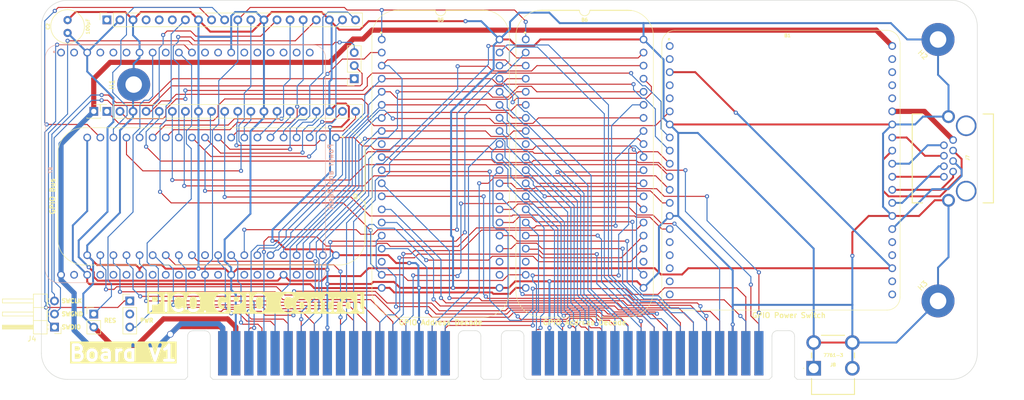
<source format=kicad_pcb>
(kicad_pcb (version 20240108) (generator "pcbnew") (generator_version "8.0")
  (title_block (date "2025-04-21") (rev "Pico GPIO Wide"))
  (layers (0 "F.Cu" signal) (31 "B.Cu" signal) (36 "B.SilkS" user "B.Silkscreen") (37 "F.SilkS" user "F.Silkscreen") (38 "B.Mask" user) (39 "F.Mask" user) (44 "Edge.Cuts" user))
  (net 0 "")
  (net 1 "/5V")
  (net 2 "/GND")
  (net 3 "/3.3V")
  (net 4 "/Read GD B0 _{8..15}")
  (net 5 "/D7")
  (net 6 "/D6")
  (net 7 "/D5")
  (net 8 "/D4")
  (net 9 "/D3")
  (net 10 "/~{Reset}")
  (net 11 "/Write Enable")
  (net 12 "/D2")
  (net 13 "/D1")
  (net 14 "/D0")
  (net 15 "/Read GPIO _{ALL}")
  (net 16 "/Write GPIO _{ALL}")
  (net 17 "/Write GD B0 _{0..7}")
  (net 21 "/Write GD B0 _{8..15}")
  (net 22 "/Read GD B0 _{0..7}")
  (net 23 "/Write OE B0 _{0..7}")
  (net 24 "/Write OE B0 _{8..15}")
  (net 25 "/Read GD B0 _{24..31}")
  (net 26 "/Write OE B0 _{16..23}")
  (net 27 "/Read GD B0 _{16..23}")
  (net 28 "/Write GD B0 _{24..31}")
  (net 29 "/Write OE B0 _{24..31}")
  (net 30 "/Write GD B0 _{16..23}")
  (net 31 "/Write OE B0 _{32..39}")
  (net 32 "/Write GD B0 _{32..39}")
  (net 33 "/Read GD B0 _{40..47}")
  (net 34 "/Read GD B0 _{32..39}")
  (net 35 "/Write GD B0 _{40..47}")
  (net 36 "/Write OE B0 _{40..47}")
  (net 37 "/Read GD B0 _{48..55}")
  (net 38 "/Read GD B0 _{56..63}")
  (net 39 "/Write OE B0 _{48..55}")
  (net 40 "/Write OE B0 _{56..63}")
  (net 41 "/Write GD B0 _{48..55}")
  (net 42 "/Write GD B0 _{56..63}")
  (net 43 "/Read GD B1 _{0..7}")
  (net 44 "/Read GD B1 _{48..55}")
  (net 45 "/A0")
  (net 46 "/A1")
  (net 47 "/A2")
  (net 48 "/A3")
  (net 49 "/A4")
  (net 50 "/A_{Enable}")
  (net 51 "/Write GD B1 _{8..15}")
  (net 52 "/Read GD B1 _{40..47}")
  (net 53 "/Write OE B1 _{32..39}")
  (net 54 "/Write GD B1 _{16..23}")
  (net 55 "/Write OE B1 _{8..15}")
  (net 56 "/Write OE B1 _{24..31}")
  (net 57 "/Read GD B1 _{16..23}")
  (net 58 "/Read GD B1 _{8..15}")
  (net 59 "/Write GD B1 _{0..7}")
  (net 60 "/Read GD B1 _{24..31}")
  (net 61 "/Read GD B1 _{56..63}")
  (net 63 "/Write GD B1 _{48..55}")
  (net 64 "/Write OE B1 _{48..55}")
  (net 65 "/Write GD B1 _{40..47}")
  (net 66 "/Write OE B1 _{56..63}")
  (net 67 "/Read GD B1 _{32..39}")
  (net 68 "/Write GD B1 _{24..31}")
  (net 70 "/Enable GPIO")
  (net 71 "/~{A5}")
  (net 72 "/Write OE B1 _{16..23}")
  (net 73 "/Write OE B1 _{0..7}")
  (net 75 "/Write GD B1 _{56..63}")
  (net 76 "/Write GD B1 _{32..39}")
  (net 78 "/Write OE B1 _{40..47}")
  (net 79 "/A5")
  (net 108 "/GND_{C} EN")
  (net 109 "/GND_{B} EN")
  (net 110 "/12V EN")
  (net 111 "/5V_{A} EN")
  (net 112 "/5V_{B} EN")
  (net 113 "/5V_{C} EN")
  (net 114 "/GND_{D} EN")
  (net 115 "/GND_{A} EN")
  (net 119 "/12V")
  (net 121 "/AA3")
  (net 122 "/AA2")
  (net 123 "/AA4")
  (net 124 "/AA1")
  (net 125 "/AA0")
  (net 126 "/AA_{Enable}")
  (net 127 "/AA5")
  (net 129 "/18V")
  (net 130 "/PWR_{SW}")
  (net 131 "/RES_{SW}")
  (net 133 "/DD3")
  (net 134 "/DD1")
  (net 135 "/DD5")
  (net 136 "/DD6")
  (net 137 "/DD2")
  (net 138 "/DD4")
  (net 139 "/DD7")
  (net 140 "/DD0")
  (net 150 "/WWrite GPIO _{ALL}")
  (net 151 "/RRead GPIO _{ALL}")
  (net 157 "/SWDIO")
  (net 158 "/SWGND")
  (net 159 "/SWCLK")
  (net 160 "/GND_{OUT2}")
  (net 161 "/5V_{OUT1}")
  (net 162 "/12V_{OUT}")
  (net 163 "/GND_{OUT1}")
  (net 164 "/5V_{OUT2}")
  (net 165 "/5V_{OUT3}")
  (net 166 "/GND_{OUT4}")
  (net 167 "/GND_{OUT3}")
  (footprint "MountingHole:MountingHole_3.2mm_M3_Pad" (layer "F.Cu") (at 170.18 -48.26 135)
    (property "Reference" "H2")
    (property "Value" "MountingHole_Pad")
  )
  (footprint "MountingHole:MountingHole_3.2mm_M3_Pad" (layer "F.Cu") (at 170.18 2.54 45)
    (property "Reference" "H3")
    (property "Value" "MountingHole_Pad")
  )
  (footprint "Connector_PinHeader_2.54mm:PinHeader_1x03_P2.54mm_Vertical" (layer "F.Cu") (at 13.335 2.54)
    (property "Reference" "J9" (hide yes))
    (property "Value" "Conn_01x03_Pin")
  )
  (footprint "SamacSys_Parts:CP_Radial_D6.3mm_P2.50mm" (layer "F.Cu") (at 1.27 -49.53 90)
    (property "Reference" "C2")
    (property "Value" "100μF")
  )
  (footprint "Connector_PinSocket_2.54mm:PinSocket_1x03_P2.54mm_Vertical" (layer "F.Cu") (at 56.896 -40.64 180)
    (property "Reference" "J1" (hide yes))
    (property "Value" "Conn_01x03_Pin")
  )
  (footprint "Connector_PinHeader_2.54mm:PinHeader_1x03_P2.54mm_Horizontal" (layer "F.Cu") (at -1.27 7.62 180)
    (property "Reference" "J4")
    (property "Value" "Conn_01x03_Pin")
  )
  (footprint "Connector_PinHeader_2.54mm:PinHeader_1x02_P2.54mm_Vertical" (layer "F.Cu") (at 6.35 5.08)
    (property "Reference" "J10" (hide yes))
    (property "Value" "Conn_01x02_Pin")
  )
  (footprint "HCP65_Parts:HCP65_GPIO_Bus" (layer "F.Cu") (at 53.34 -29.21 -90)
    (property "Reference" "B2")
    (property "Value" "GPIO Bus" (hide yes))
  )
  (footprint "HCP65_Parts:HCP65_GPIO_Address_Decode" (layer "F.Cu") (at 90.17 -48.26)
    (property "Reference" "B6")
    (property "Value" "Pico GPIO Address Decode" (hide yes))
  )
  (footprint "Connector_PinSocket_2.54mm:PinSocket_1x20_P2.54mm_Vertical" (layer "F.Cu") (at 8.89 -52.07 90)
    (property "Reference" "J6" (hide yes))
    (property "Value" "Conn_01x20_Pin")
  )
  (footprint "SamacSys_Parts:36pin Edge Connector" (layer "F.Cu") (at 84.9381 17.78)
    (property "Reference" "J3" (hide yes))
    (property "Value" "2-5530843-7")
    (fp_line (start 0.5 -8.4) (end 0.5 -0.5) (stroke (width 0.1)) (layer "Edge.Cuts"))
    (fp_line (start 0.5 -0.5) (end 0 0) (stroke (width 0.1)) (layer "Edge.Cuts"))
    (fp_line (start 1.577048 -9.466799) (end 3.81 -9.466799) (stroke (width 0.1)) (layer "Edge.Cuts"))
    (fp_line (start 4.887048 -8.4) (end 4.887048 -0.5) (stroke (width 0.1)) (layer "Edge.Cuts"))
    (fp_line (start 4.887048 -0.5) (end 5.387048 0) (stroke (width 0.1)) (layer "Edge.Cuts"))
    (fp_line (start 52.512048 0) (end 5.387048 0) (stroke (width 0.1)) (layer "Edge.Cuts"))
    (fp_line (start 53.012048 -8.4) (end 53.012048 -0.5) (stroke (width 0.1)) (layer "Edge.Cuts"))
    (fp_line (start 53.012048 -0.5) (end 52.512048 0) (stroke (width 0.1)) (layer "Edge.Cuts"))
    (fp_line (start 54.089096 -9.466799) (end 56.322048 -9.466799) (stroke (width 0.1)) (layer "Edge.Cuts"))
    (fp_line (start 57.399096 -8.4) (end 57.399096 -0.5) (stroke (width 0.1)) (layer "Edge.Cuts"))
    (fp_line (start 57.399096 -0.5) (end 57.899096 0) (stroke (width 0.1)) (layer "Edge.Cuts"))
    (fp_arc (start 0.5 -8.4) (mid 0.817585 -9.156461) (end 1.577048 -9.466799) (stroke (width 0.1)) (layer "Edge.Cuts"))
    (fp_arc (start 3.81 -9.466799) (mid 4.569467 -9.156465) (end 4.887048 -8.4) (stroke (width 0.1)) (layer "Edge.Cuts"))
    (fp_arc (start 53.012048 -8.4) (mid 53.329626 -9.156454) (end 54.089096 -9.466799) (stroke (width 0.1)) (layer "Edge.Cuts"))
    (fp_arc (start 56.322048 -9.466799) (mid 57.081523 -9.156472) (end 57.399096 -8.4) (stroke (width 0.1)) (layer "Edge.Cuts"))
  )
  (footprint "SamacSys_Parts:36pin Edge Connector" (layer "F.Cu") (at 24.069 17.78)
    (property "Reference" "J2" (hide yes))
    (property "Value" "2-5530843-7")
    (fp_line (start 0.5 -8.4) (end 0.5 -0.5) (stroke (width 0.1)) (layer "Edge.Cuts"))
    (fp_line (start 0.5 -0.5) (end 0 0) (stroke (width 0.1)) (layer "Edge.Cuts"))
    (fp_line (start 1.577048 -9.466799) (end 3.81 -9.466799) (stroke (width 0.1)) (layer "Edge.Cuts"))
    (fp_line (start 4.887048 -8.4) (end 4.887048 -0.5) (stroke (width 0.1)) (layer "Edge.Cuts"))
    (fp_line (start 4.887048 -0.5) (end 5.387048 0) (stroke (width 0.1)) (layer "Edge.Cuts"))
    (fp_line (start 52.512048 0) (end 5.387048 0) (stroke (width 0.1)) (layer "Edge.Cuts"))
    (fp_line (start 53.012048 -8.4) (end 53.012048 -0.5) (stroke (width 0.1)) (layer "Edge.Cuts"))
    (fp_line (start 53.012048 -0.5) (end 52.512048 0) (stroke (width 0.1)) (layer "Edge.Cuts"))
    (fp_line (start 54.089096 -9.466799) (end 56.322048 -9.466799) (stroke (width 0.1)) (layer "Edge.Cuts"))
    (fp_line (start 57.399096 -8.4) (end 57.399096 -0.5) (stroke (width 0.1)) (layer "Edge.Cuts"))
    (fp_line (start 57.399096 -0.5) (end 57.899096 0) (stroke (width 0.1)) (layer "Edge.Cuts"))
    (fp_arc (start 0.5 -8.4) (mid 0.817585 -9.156461) (end 1.577048 -9.466799) (stroke (width 0.1)) (layer "Edge.Cuts"))
    (fp_arc (start 3.81 -9.466799) (mid 4.569467 -9.156465) (end 4.887048 -8.4) (stroke (width 0.1)) (layer "Edge.Cuts"))
    (fp_arc (start 53.012048 -8.4) (mid 53.329626 -9.156454) (end 54.089096 -9.466799) (stroke (width 0.1)) (layer "Edge.Cuts"))
    (fp_arc (start 56.322048 -9.466799) (mid 57.081523 -9.156472) (end 57.399096 -8.4) (stroke (width 0.1)) (layer "Edge.Cuts"))
  )
  (footprint "Connector_PinSocket_2.54mm:PinSocket_1x01_P2.54mm_Vertical" (layer "F.Cu") (at 6.35 -34.29)
    (property "Reference" "J11" (hide yes))
    (property "Value" "Conn_01x01_Pin")
  )
  (footprint "SamacSys_Parts:1-406541-1_1" (layer "F.Cu") (at 180.921 -16.511 90)
    (property "Reference" "J7")
    (property "Value" "1-406541-1" (hide yes))
  )
  (footprint "Connector_PinSocket_2.54mm:PinSocket_1x20_P2.54mm_Vertical" (layer "F.Cu") (at 8.89 -34.29 90)
    (property "Reference" "J5" (hide yes))
    (property "Value" "Conn_01x20_Pin")
  )
  (footprint "MountingHole:MountingHole_3.2mm_M3_Pad" (layer "F.Cu") (at 14.097 -39.497 90)
    (property "Reference" "H1")
    (property "Value" "MountingHole_Pad")
  )
  (footprint "HCP65_Parts:HCP65_GPIO_Address_Decode" (layer "F.Cu") (at 62.23 -48.26)
    (property "Reference" "B5")
    (property "Value" "Pico GPIO Address Decode" (hide yes))
  )
  (footprint "SamacSys_Parts:77613" (layer "F.Cu") (at 146.05 15.621)
    (property "Reference" "J8")
    (property "Value" "7761-3" (hide yes))
  )
  (footprint "HCP65_Parts:HCP65_GPIO_Power_Switch" (layer "F.Cu") (at 118.11 -46.99)
    (property "Reference" "B1")
    (property "Value" "GPIO Power Switch" (hide yes))
  )
  (footprint "HCP65_Parts:HCP65_Power_and_Reset" (layer "B.Cu") (at 0 -45.72 -90)
    (property "Reference" "B7")
    (property "Value" "Power and Reset" (hide yes))
  )
  (gr_arc (start 172.72 -55.88) (mid 176.312104 -54.392103) (end 177.8 -50.8) (stroke (width 0.1)) (layer "Edge.Cuts"))
  (gr_arc (start -3.81 -50.8) (mid -2.322102 -54.392102) (end 1.27 -55.88) (stroke (width 0.1)) (layer "Edge.Cuts"))
  (gr_line (start -3.81 12.7) (end -3.81 -50.8) (stroke (width 0.1)) (layer "Edge.Cuts"))
  (gr_line (start 177.8 12.7) (end 177.8 -50.8) (stroke (width 0.1)) (layer "Edge.Cuts"))
  (gr_line (start 142.837149 17.78) (end 172.72 17.78) (stroke (width 0.1)) (layer "Edge.Cuts"))
  (gr_line (start 1.27 -55.88) (end 172.72 -55.88) (stroke (width 0.1)) (layer "Edge.Cuts"))
  (gr_arc (start 1.27 17.78) (mid -2.322102 16.292102) (end -3.81 12.7) (stroke (width 0.1)) (layer "Edge.Cuts"))
  (gr_line (start 81.968047 17.78) (end 84.938054 17.78) (stroke (width 0.1)) (layer "Edge.Cuts"))
  (gr_line (start 1.27 17.78) (end 24.068952 17.78) (stroke (width 0.1)) (layer "Edge.Cuts"))
  (gr_arc (start 177.8 12.7) (mid 176.312105 16.292119) (end 172.72 17.78) (stroke (width 0.1)) (layer "Edge.Cuts"))
  (gr_text "SWDIO" (at 0 7.62 0) (layer "F.SilkS") (effects (font (size 0.8 0.8) (thickness 0.2) (bold yes)) (justify left)))
  (gr_text "Board V1" (at 1.27 12.7 0) (layer "F.SilkS" knockout) (effects (font (size 3 3) (thickness 0.6) (bold yes)) (justify left)))
  (gr_text "SWCLK" (at -0.000001 2.54 0) (layer "F.SilkS") (effects (font (size 0.8 0.8) (thickness 0.2) (bold yes)) (justify left)))
  (gr_text "PICO GPIO Control" (at 16.256 3.048 0) (layer "F.SilkS" knockout) (effects (font (size 3 3) (thickness 0.6) (bold yes)) (justify left)))
  (gr_text "SWGND" (at -0.000001 5.08 0) (layer "F.SilkS") (effects (font (size 0.8 0.8) (thickness 0.2) (bold yes)) (justify left)))
  (gr_text "PWR" (at 15.24 6.35 0) (layer "F.SilkS") (effects (font (size 0.8 0.8) (thickness 0.2) (bold yes)) (justify left)))
  (gr_text "RES" (at 8.255 6.35 0) (layer "F.SilkS") (effects (font (size 0.8 0.8) (thickness 0.2) (bold yes)) (justify left)))
  (segment (start 43.18 -2.54) (end 44.3217 -1.3983) (width 0.38) (layer "F.Cu") (net 1))
  (segment (start 59.6673 -3.81) (end 115.1998 -3.81) (width 0.38) (layer "F.Cu") (net 1))
  (segment (start 115.1998 -3.81) (end 116.4045 -2.6053) (width 0.38) (layer "F.Cu") (net 1))
  (segment (start 44.3217 -1.3983) (end 50.6516 -1.3983) (width 0.38) (layer "F.Cu") (net 1))
  (segment (start 120.523 -2.6053) (end 121.7277 -3.81) (width 0.38) (layer "F.Cu") (net 1))
  (segment (start 51.5393 -2.286) (end 58.1433 -2.286) (width 0.38) (layer "F.Cu") (net 1))
  (segment (start 121.7277 -3.81) (end 161.29 -3.81) (width 0.38) (layer "F.Cu") (net 1))
  (segment (start 6.35 -2.1441) (end 7.0958 -1.3983) (width 0.38) (layer "F.Cu") (net 1))
  (segment (start 50.6516 -1.3983) (end 51.5393 -2.286) (width 0.38) (layer "F.Cu") (net 1))
  (segment (start 42.0383 -1.3983) (end 43.18 -2.54) (width 0.38) (layer "F.Cu") (net 1))
  (segment (start 123.063 -41.91) (end 130.937 -34.036) (width 0.38) (layer "F.Cu") (net 1))
  (segment (start 116.4045 -2.6053) (end 120.523 -2.6053) (width 0.38) (layer "F.Cu") (net 1))
  (segment (start 118.11 -41.91) (end 123.063 -41.91) (width 0.38) (layer "F.Cu") (net 1))
  (segment (start 7.0958 -1.3983) (end 42.0383 -1.3983) (width 0.38) (layer "F.Cu") (net 1))
  (segment (start 58.1433 -2.286) (end 59.6673 -3.81) (width 0.38) (layer "F.Cu") (net 1))
  (segment (start 6.35 -3.0569) (end 6.35 -2.1441) (width 0.38) (layer "F.Cu") (net 1))
  (segment (start 5.3929 -4.014) (end 6.35 -3.0569) (width 0.38) (layer "F.Cu") (net 1))
  (via (at 5.3929 -4.014) (size 0.8) (drill 0.4) (layers "F.Cu" "B.Cu") (net 1))
  (via (at 130.937 -34.036) (size 0.8) (drill 0.4) (layers "F.Cu" "B.Cu") (net 1))
  (segment (start 3.429 -5.9779) (end 3.429 -9.2139) (width 0.38) (layer "B.Cu") (net 1))
  (segment (start 5.079999 -42.037001) (end 5.079999 -45.72) (width 0.38) (layer "B.Cu") (net 1))
  (segment (start 9.0183 -31.1163) (end 10.16 -32.258) (width 0.38) (layer "B.Cu") (net 1))
  (segment (start 5.3929 -4.014) (end 3.429 -5.9779) (width 0.38) (layer "B.Cu") (net 1))
  (segment (start 5.079999 -45.72) (end 11.429999 -52.07) (width 0.38) (layer "B.Cu") (net 1))
  (segment (start 131.064 -34.036) (end 130.937 -34.036) (width 0.38) (layer "B.Cu") (net 1))
  (segment (start 10.16 -32.258) (end 10.16 -36.957) (width 0.38) (layer "B.Cu") (net 1))
  (segment (start 161.29 -3.81) (end 131.064 -34.036) (width 0.38) (layer "B.Cu") (net 1))
  (segment (start 10.16 -36.957) (end 5.079999 -42.037001) (width 0.38) (layer "B.Cu") (net 1))
  (segment (start 3.429 -9.2139) (end 9.0183 -14.8032) (width 0.38) (layer "B.Cu") (net 1))
  (segment (start 9.0183 -14.8032) (end 9.0183 -31.1163) (width 0.38) (layer "B.Cu") (net 1))
  (segment (start 5.079999 -45.720001) (end 1.27 -49.53) (width 0.38) (layer "B.Cu") (net 1))
  (segment (start 161.29 -13.97) (end 166.497 -13.97) (width 0.38) (layer "F.Cu") (net 2))
  (segment (start 52.07 -52.07) (end 53.975 -50.165) (width 0.38) (layer "F.Cu") (net 2))
  (segment (start 58.039 -50.165) (end 59.689996 -51.815996) (width 0.38) (layer "F.Cu") (net 2))
  (segment (start 55.245 -35.814) (end 55.85 -35.209) (width 0.38) (layer "F.Cu") (net 2))
  (segment (start 63.5 -6.35) (end 53.34 -6.35) (width 0.38) (layer "F.Cu") (net 2))
  (segment (start 113.03 0) (end 111.76 -1.27) (width 0.38) (layer "F.Cu") (net 2))
  (segment (start 51.689 -0.755) (end 60.1939 -0.755) (width 0.38) (layer "F.Cu") (net 2))
  (segment (start 28.956001 -49.784) (end 37.084 -49.784) (width 0.38) (layer "F.Cu") (net 2))
  (segment (start 41.91 -9.144) (end 43.564 -7.49) (width 0.38) (layer "F.Cu") (net 2))
  (segment (start 53.594 -35.814) (end 55.245 -35.814) (width 0.38) (layer "F.Cu") (net 2))
  (segment (start 32.319526 6.030526) (end 19.877474 6.030526) (width 1) (layer "F.Cu") (net 2))
  (segment (start 6.985 -4.445) (end 5.08 -6.35) (width 0.38) (layer "F.Cu") (net 2))
  (segment (start 65.024 -4.826) (end 63.5 -6.35) (width 0.38) (layer "F.Cu") (net 2))
  (segment (start 93.0116 -48.26) (end 91.821 -47.0694) (width 0.38) (layer "F.Cu") (net 2))
  (segment (start 113.03 -48.26) (end 93.0116 -48.26) (width 0.38) (layer "F.Cu") (net 2))
  (segment (start 26.67 -3.7306) (end 20.2724 -3.7306) (width 0.38) (layer "F.Cu") (net 2))
  (segment (start 130.3381 12.7) (end 130.3381 7.112002) (width 0.38) (layer "F.Cu") (net 2))
  (segment (start 15.9544 -4.445) (end 15.24 -3.7306) (width 0.38) (layer "F.Cu") (net 2))
  (segment (start 9.906 11.176) (end 6.35 7.62) (width 1) (layer "F.Cu") (net 2))
  (segment (start 19.558 -4.445) (end 15.9544 -4.445) (width 0.38) (layer "F.Cu") (net 2))
  (segment (start 153.55 -10.802) (end 153.55 -6.223) (width 0.38) (layer "F.Cu") (net 2))
  (segment (start 1.27 -52.03) (end 2.834 -53.594) (width 0.38) (layer "F.Cu") (net 2))
  (segment (start 20.2724 -3.7306) (end 19.558 -4.445) (width 0.38) (layer "F.Cu") (net 2))
  (segment (start 88.265 -47.0694) (end 87.0744 -48.26) (width 0.38) (layer "F.Cu") (net 2))
  (segment (start 26.670001 -52.07) (end 28.956001 -49.784) (width 0.38) (layer "F.Cu") (net 2))
  (segment (start 166.497 -13.97) (end 169.543 -17.016) (width 0.38) (layer "F.Cu") (net 2))
  (segment (start 55.85 -32.736) (end 54.356 -31.242) (width 0.38) (layer "F.Cu") (net 2))
  (segment (start 69.469 12.7) (end 69.469 6.604) (width 0.38) (layer "F.Cu") (net 2))
  (segment (start 31.8294 -3.7306) (end 26.67 -3.7306) (width 0.38) (layer "F.Cu") (net 2))
  (segment (start 65.786 0) (end 69.469 0) (width 0.38) (layer "F.Cu") (net 2))
  (segment (start 13.97 -52.07) (end 15.494 -53.594) (width 0.38) (layer "F.Cu") (net 2))
  (segment (start 88.138 -1.27) (end 94.778195 -1.27) (width 0.38) (layer "F.Cu") (net 2))
  (segment (start 111.76 -1.27) (end 94.778195 -1.27) (width 0.38) (layer "F.Cu") (net 2))
  (segment (start 59.689996 -51.815996) (end 78.486 -51.815996) (width 0.38) (layer "F.Cu") (net 2))
  (segment (start 33.02 -2.54) (end 31.8294 -3.7306) (width 0.38) (layer "F.Cu") (net 2))
  (segment (start 94.7782 12.7) (end 94.7782 7.7832) (width 0.38) (layer "F.Cu") (net 2))
  (segment (start 12.445999 -53.594) (end 13.969999 -52.07) (width 0.38) (layer "F.Cu") (net 2))
  (segment (start 60.1939 -0.755) (end 60.5946 -1.1557) (width 0.38) (layer "F.Cu") (net 2))
  (segment (start 76.073 0) (end 69.469 0) (width 0.38) (layer "F.Cu") (net 2))
  (segment (start 94.7782 7.7832) (end 94.778195 7.783195) (width 0.38) (layer "F.Cu") (net 2))
  (segment (start 53.34 -6.35) (end 52.2 -7.49) (width 0.38) (layer "F.Cu") (net 2))
  (segment (start 55.85 -35.209) (end 55.85 -32.736) (width 0.38) (layer "F.Cu") (net 2))
  (segment (start 51.5316 -3.6817) (end 51.689 -3.5243) (width 0.38) (layer "F.Cu") (net 2))
  (segment (start 52.2 -7.49) (end 43.564 -7.49) (width 0.38) (layer "F.Cu") (net 2))
  (segment (start 85.09 0) (end 76.073 0) (width 0.38) (layer "F.Cu") (net 2))
  (segment (start 33.02 -2.54) (end 34.1617 -3.6817) (width 0.38) (layer "F.Cu") (net 2))
  (segment (start 39.37 -52.07) (end 40.894 -53.594) (width 0.38) (layer "F.Cu") (net 2))
  (segment (start 60.5946 -1.1557) (end 64.6303 -1.1557) (width 0.38) (layer "F.Cu") (net 2))
  (segment (start 41.91 -9.144) (end 41.021 -9.144) (width 0.38) (layer "F.Cu") (net 2))
  (segment (start 15.24 -3.7306) (end 14.5256 -4.445) (width 0.38) (layer "F.Cu") (net 2))
  (segment (start 67.564 -4.826) (end 65.024 -4.826) (width 0.38) (layer "F.Cu") (net 2))
  (segment (start 25.146001 -53.594) (end 26.670001 -52.07) (width 0.38) (layer "F.Cu") (net 2))
  (segment (start 53.975 -50.165) (end 58.039 -50.165) (width 0.38) (layer "F.Cu") (net 2))
  (segment (start 85.09 0) (end 86.868 0) (width 0.38) (layer "F.Cu") (net 2))
  (segment (start 19.877474 6.030526) (end 14.732 11.176) (width 1) (layer "F.Cu") (net 2))
  (segment (start 169.543 -17.016) (end 172.211 -17.016) (width 0.38) (layer "F.Cu") (net 2))
  (segment (start 14.5256 -4.445) (end 6.985 -4.445) (width 0.38) (layer "F.Cu") (net 2))
  (segment (start 15.494 -53.594) (end 25.146001 -53.594) (width 0.38) (layer "F.Cu") (net 2))
  (segment (start 91.821 -47.0694) (end 88.265 -47.0694) (width 0.38) (layer "F.Cu") (net 2))
  (segment (start 153.55 10.621) (end 146.05 10.621) (width 0.38) (layer "F.Cu") (net 2))
  (segment (start 51.689 7.71) (end 51.689 12.7) (width 0.38) (layer "F.Cu") (net 2))
  (segment (start 50.546 -53.594) (end 52.07 -52.07) (width 0.38) (layer "F.Cu") (net 2))
  (segment (start 156.718 -13.97) (end 153.55 -10.802) (width 0.38) (layer "F.Cu") (net 2))
  (segment (start 52.07 -34.29) (end 53.594 -35.814) (width 0.38) (layer "F.Cu") (net 2))
  (segment (start 2.834 -53.594) (end 12.445999 -53.594) (width 0.38) (layer "F.Cu") (net 2))
  (segment (start 34.1617 -3.6817) (end 51.5316 -3.6817) (width 0.38) (layer "F.Cu") (net 2))
  (segment (start 87.0744 -48.26) (end 85.09 -48.26) (width 0.38) (layer "F.Cu") (net 2))
  (segment (start 15.24 -2.54) (end 15.24 -3.7306) (width 0.38) (layer "F.Cu") (net 2))
  (segment (start 40.894 -53.594) (end 50.546 -53.594) (width 0.38) (layer "F.Cu") (net 2))
  (segment (start 64.6303 -1.1557) (end 65.786 0) (width 0.38) (layer "F.Cu") (net 2))
  (segment (start 54.356 -31.242) (end 52.197 -31.242) (width 0.38) (layer "F.Cu") (net 2))
  (segment (start 37.084 -49.784) (end 39.37 -52.07) (width 0.38) (layer "F.Cu") (net 2))
  (segment (start 161.29 -31.75) (end 118.11 -31.75) (width 0.38) (layer "F.Cu") (net 2))
  (segment (start 33.909048 7.620048) (end 32.319526 6.030526) (width 1) (layer "F.Cu") (net 2))
  (segment (start 33.909048 12.7) (end 33.909048 7.620048) (width 1) (layer "F.Cu") (net 2))
  (segment (start 14.732 11.176) (end 9.906 11.176) (width 1) (layer "F.Cu") (net 2))
  (segment (start 161.29 -13.97) (end 156.718 -13.97) (width 0.38) (layer "F.Cu") (net 2))
  (segment (start 86.868 0) (end 88.138 -1.27) (width 0.38) (layer "F.Cu") (net 2))
  (via (at 67.564 -4.826) (size 0.8) (drill 0.4) (layers "F.Cu" "B.Cu") (net 2))
  (via (at 94.778195 -1.27) (size 0.8) (drill 0.4) (layers "F.Cu" "B.Cu") (net 2))
  (via (at 153.55 -6.223) (size 0.8) (drill 0.4) (layers "F.Cu" "B.Cu") (net 2))
  (via (at 94.778195 7.783195) (size 0.8) (drill 0.4) (layers "F.Cu" "B.Cu") (net 2))
  (via (at 130.3381 7.112002) (size 0.8) (drill 0.4) (layers "F.Cu" "B.Cu") (net 2))
  (via (at 78.486 -51.815996) (size 0.8) (drill 0.4) (layers "F.Cu" "B.Cu") (net 2))
  (via (at 69.469 0) (size 0.8) (drill 0.4) (layers "F.Cu" "B.Cu") (net 2))
  (via (at 52.197 -31.242) (size 0.8) (drill 0.4) (layers "F.Cu" "B.Cu") (net 2))
  (via (at 76.073 0) (size 0.8) (drill 0.4) (layers "F.Cu" "B.Cu") (net 2))
  (via (at 41.021 -9.144) (size 0.8) (drill 0.4) (layers "F.Cu" "B.Cu") (net 2))
  (via (at 51.689 -0.755) (size 0.8) (drill 0.4) (layers "F.Cu" "B.Cu") (net 2))
  (via (at 51.689 7.71) (size 0.8) (drill 0.4) (layers "F.Cu" "B.Cu") (net 2))
  (via (at 26.67 -3.7306) (size 0.8) (drill 0.4) (layers "F.Cu" "B.Cu") (net 2))
  (via (at 69.469 6.604) (size 0.8) (drill 0.4) (layers "F.Cu" "B.Cu") (net 2))
  (via (at 51.689 -3.5243) (size 0.8) (drill 0.4) (layers "F.Cu" "B.Cu") (net 2))
  (segment (start 33.02 -45.72) (end 33.02 -48.768) (width 0.38) (layer "B.Cu") (net 2))
  (segment (start 15.24 -45.72) (end 15.24 -47.8155) (width 0.38) (layer "B.Cu") (net 2))
  (segment (start 113.03 -51.435) (end 96.774 -51.435) (width 0.38) (layer "B.Cu") (net 2))
  (segment (start 41.021 -11.303) (end 52.197 -22.479) (width 0.38) (layer "B.Cu") (net 2))
  (segment (start 153.55 3.302) (end 153.55 -6.223) (width 0.38) (layer "B.Cu") (net 2))
  (segment (start 37.846 -53.594) (end 39.37 -52.07) (width 0.38) (layer "B.Cu") (net 2))
  (segment (start 119.761 -30.099) (end 118.11 -31.75) (width 0.38) (layer "B.Cu") (net 2))
  (segment (start 75.692 -34.29) (end 83.95 -42.548) (width 0.38) (layer "B.Cu") (net 2))
  (segment (start 6.2217 -5.2083) (end 6.2217 -0.7822) (width 0.38) (layer "B.Cu") (net 2))
  (segment (start 96.774 -51.435) (end 94.742 -53.467) (width 0.38) (layer "B.Cu") (net 2))
  (segment (start 146.05 10.621) (end 146.05 15.621) (width 0.38) (layer "B.Cu") (net 2))
  (segment (start 170.18 -41.401) (end 172.211 -39.37) (width 0.38) (layer "B.Cu") (net 2))
  (segment (start 13.969999 -34.29) (end 13.969999 -39.369999) (width 0.38) (layer "B.Cu") (net 2))
  (segment (start 52.197 -22.479) (end 52.197 -31.242) (width 0.38) (layer "B.Cu") (net 2))
  (segment (start 11.43 -30.607) (end 11.43 -14.605) (width 0.38) (layer "B.Cu") (net 2))
  (segment (start 69.342 -0.127) (end 69.342 -4.318) (width 0.38) (layer "B.Cu") (net 2))
  (segment (start 170.18 -48.26) (end 170.18 -41.401) (width 0.38) (layer "B.Cu") (net 2))
  (segment (start 52.07 -36.448998) (end 52.069998 -36.449) (width 0.38) (layer "B.Cu") (net 2))
  (segment (start 52.07 -34.29) (end 52.07 -36.448998) (width 0.38) (layer "B.Cu") (net 2))
  (segment (start 159.512 -15.748) (end 159.512 -29.972) (width 0.38) (layer "B.Cu") (net 2))
  (segment (start 33.02 -52.832) (end 33.782 -53.594) (width 0.38) (layer "B.Cu") (net 2))
  (segment (start 116.9243 -44.3657) (end 113.03 -48.26) (width 0.38) (layer "B.Cu") (net 2))
  (segment (start 36.7565 -14.4045) (end 36.7565 -30.4348) (width 0.38) (layer "B.Cu") (net 2))
  (segment (start 5.08 -6.35) (end 6.2217 -5.2083) (width 0.38) (layer "B.Cu") (net 2))
  (segment (start 33.782 -53.594) (end 37.846 -53.594) (width 0.38) (layer "B.Cu") (net 2))
  (segment (start 26.67 -48.768) (end 33.02 -48.768) (width 0.38) (layer "B.Cu") (net 2))
  (segment (start 146.05 -7.62) (end 123.571 -30.099) (width 0.38) (layer "B.Cu") (net 2))
  (segment (start 164.211 -48.26) (end 161.036 -51.435) (width 0.38) (layer "B.Cu") (net 2))
  (segment (start 76.073 -9.779) (end 75.692 -10.16) (width 0.38) (layer "B.Cu") (net 2))
  (segment (start 69.469 6.604) (end 69.469 0) (width 0.38) (layer "B.Cu") (net 2))
  (segment (start 94.778195 7.783195) (end 94.778195 -1.27) (width 0.38) (layer "B.Cu") (net 2))
  (segment (start 113.03 0) (end 116.0199 -2.9899) (width 0.38) (layer "B.Cu") (net 2))
  (segment (start 51.689 -0.755) (end 51.689 7.71) (width 0.38) (layer "B.Cu") (net 2))
  (segment (start 26.67 -48.768) (end 26.67 -34.29) (width 0.38) (layer "B.Cu") (net 2))
  (segment (start 76.073 0) (end 76.073 -9.779) (width 0.38) (layer "B.Cu") (net 2))
  (segment (start 88.9 -53.467) (end 87.122 -51.689) (width 0.38) (layer "B.Cu") (net 2))
  (segment (start 130.3381 3.302) (end 146.05 3.302) (width 0.38) (layer "B.Cu") (net 2))
  (segment (start 87.122 -51.689) (end 87.122 -50.292) (width 0.38) (layer "B.Cu") (net 2))
  (segment (start 161.036 -51.435) (end 113.03 -51.435) (width 0.38) (layer "B.Cu") (net 2))
  (segment (start 11.43 -14.605) (end 5.08 -8.255) (width 0.38) (layer "B.Cu") (net 2))
  (segment (start 116.0199 -11.8799) (end 118.11 -13.97) (width 0.38) (layer "B.Cu") (net 2))
  (segment (start 31.75 -9.398) (end 36.7565 -14.4045) (width 0.38) (layer "B.Cu") (net 2))
  (segment (start 118.11 -31.75) (end 116.9243 -32.9357) (width 0.38) (layer "B.Cu") (net 2))
  (segment (start 14.097 -43.561) (end 14.097 -39.497) (width 0.38) (layer "B.Cu") (net 2))
  (segment (start 52.069998 -40.082398) (end 52.5006 -40.513) (width 0.38) (layer "B.Cu") (net 2))
  (segment (start 153.55 10.621) (end 162.099 10.621) (width 0.38) (layer "B.Cu") (net 2))
  (segment (start 68.834 -4.826) (end 67.564 -4.826) (width 0.38) (layer "B.Cu") (net 2))
  (segment (start 83.95 -42.548) (end 83.95 -47.12) (width 0.38) (layer "B.Cu") (net 2))
  (segment (start 159.512 -29.972) (end 161.29 -31.75) (width 0.38) (layer "B.Cu") (net 2))
  (segment (start 162.099 10.621) (end 170.18 2.54) (width 0.38) (layer "B.Cu") (net 2))
  (segment (start 26.67 -52.07) (end 26.67 -48.768) (width 0.38) (layer "B.Cu") (net 2))
  (segment (start 33.02 0.380952) (end 33.909048 1.27) (width 0.38) (layer "B.Cu") (net 2))
  (segment (start 83.95 -47.12) (end 85.09 -48.26) (width 0.38) (layer "B.Cu") (net 2))
  (segment (start 69.469 12.7) (end 69.469 6.604) (width 0.38) (layer "B.Cu") (net 2))
  (segment (start 81.534004 -51.815996) (end 78.486 -51.815996) (width 0.38) (layer "B.Cu") (net 2))
  (segment (start 33.02 -2.54) (end 33.02 -3.937) (width 0.38) (layer "B.Cu") (net 2))
  (segment (start 153.55 15.621) (end 153.55 10.621) (width 0.38) (layer "B.Cu") (net 2))
  (segment (start 123.571 -30.099) (end 119.761 -30.099) (width 0.38) (layer "B.Cu") (net 2))
  (segment (start 31.75 -5.207) (end 31.75 -9.398) (width 0.38) (layer "B.Cu") (net 2))
  (segment (start 51.689 12.7) (end 51.689 7.71) (width 0.38) (layer "B.Cu") (net 2))
  (segment (start 146.05 3.302) (end 146.05 -7.62) (width 0.38) (layer "B.Cu") (net 2))
  (segment (start 4.318 1.1215) (end 4.318 5.588) (width 0.38) (layer "B.Cu") (net 2))
  (segment (start 15.24 -47.8155) (end 13.97 -49.0855) (width 0.38) (layer "B.Cu") (net 2))
  (segment (start 87.122 -50.292) (end 85.09 -48.26) (width 0.38) (layer "B.Cu") (net 2))
  (segment (start 94.7782 7.7832) (end 94.778195 7.783195) (width 0.38) (layer "B.Cu") (net 2))
  (segment (start 26.670001 -3.730601) (end 26.67 -3.7306) (width 0.38) (layer "B.Cu") (net 2))
  (segment (start 94.742 -53.467) (end 88.9 -53.467) (width 0.38) (layer "B.Cu") (net 2))
  (segment (start 119.761 -13.97) (end 119.761 -30.099) (width 0.38) (layer "B.Cu") (net 2))
  (segment (start 33.02 -48.768) (end 33.02 -52.832) (width 0.38) (layer "B.Cu") (net 2))
  (segment (start 172.211 -39.37) (end 172.211 -33.276) (width 0.38) (layer "B.Cu") (net 2))
  (segment (start 130.3381 3.302) (end 130.3381 7.112002) (width 0.38) (layer "B.Cu") (net 2))
  (segment (start 146.05 3.302) (end 153.55 3.302) (width 0.38) (layer "B.Cu") (net 2))
  (segment (start 85.09 -48.26) (end 81.534004 -51.815996) (width 0.38) (layer "B.Cu") (net 2))
  (segment (start 119.761 -13.97) (end 118.6583 -13.97) (width 0.38) (layer "B.Cu") (net 2))
  (segment (start 116.0199 -2.9899) (end 116.0199 -11.8799) (width 0.38) (layer "B.Cu") (net 2))
  (segment (start 153.55 10.621) (end 153.55 3.302) (width 0.38) (layer "B.Cu") (net 2))
  (segment (start 52.069998 -36.449) (end 52.069998 -40.082398) (width 0.38) (layer "B.Cu") (net 2))
  (segment (start 51.689 -3.5243) (end 51.689 -0.755) (width 0.38) (layer "B.Cu") (net 2))
  (segment (start 13.969999 -33.146999) (end 11.43 -30.607) (width 0.38) (layer "B.Cu") (net 2))
  (segment (start 13.969999 -34.29) (end 13.969999 -33.146999) (width 0.38) (layer "B.Cu") (net 2))
  (segment (start 39.37 -33.0483) (end 39.37 -34.29) (width 0.38) (layer "B.Cu") (net 2))
  (segment (start 172.211 -5.968) (end 172.211 -17.016) (width 0.38) (layer "B.Cu") (net 2))
  (segment (start 15.24 -45.72) (end 15.24 -44.704) (width 0.38) (layer "B.Cu") (net 2))
  (segment (start 33.02 -2.54) (end 33.02 0.380952) (width 0.38) (layer "B.Cu") (net 2))
  (segment (start 33.02 -3.937) (end 31.75 -5.207) (width 0.38) (layer "B.Cu") (net 2))
  (segment (start 41.021 -9.144) (end 41.021 -11.303) (width 0.38) (layer "B.Cu") (net 2))
  (segment (start 15.24 -44.704) (end 14.097 -43.561) (width 0.38) (layer "B.Cu") (net 2))
  (segment (start 52.5006 -51.6394) (end 52.5006 -40.513) (width 0.38) (layer "B.Cu") (net 2))
  (segment (start 51.689 -3.5243) (end 51.689 -4.699) (width 0.38) (layer "B.Cu") (net 2))
  (segment (start 36.7565 -30.4348) (end 39.37 -33.0483) (width 0.38) (layer "B.Cu") (net 2))
  (segment (start 165.735 -31.75) (end 167.261 -33.276) (width 0.38) (layer "B.Cu") (net 2))
  (segment (start 170.18 -48.26) (end 164.211 -48.26) (width 0.38) (layer "B.Cu") (net 2))
  (segment (start 113.03 -48.26) (end 113.03 -51.435) (width 0.38) (layer "B.Cu") (net 2))
  (segment (start 69.342 -4.318) (end 68.834 -4.826) (width 0.38) (layer "B.Cu") (net 2))
  (segment (start 161.29 -31.75) (end 165.735 -31.75) (width 0.38) (layer "B.Cu") (net 2))
  (segment (start 130.3381 12.7) (end 130.3381 7.112002) (width 0.38) (layer "B.Cu") (net 2))
  (segment (start 69.469 0) (end 69.342 -0.127) (width 0.38) (layer "B.Cu") (net 2))
  (segment (start 94.7782 12.7) (end 94.7782 7.7832) (width 0.38) (layer "B.Cu") (net 2))
  (segment (start 26.670001 -34.29) (end 26.670001 -3.730601) (width 0.38) (layer "B.Cu") (net 2))
  (segment (start 4.318 5.588) (end 6.35 7.62) (width 0.38) (layer "B.Cu") (net 2))
  (segment (start 161.29 -13.97) (end 159.512 -15.748) (width 0.38) (layer "B.Cu") (net 2))
  (segment (start 39.37 -34.29) (end 39.37 -52.07) (width 0.38) (layer "B.Cu") (net 2))
  (segment (start 146.05 10.621) (end 146.05 3.302) (width 0.38) (layer "B.Cu") (net 2))
  (segment (start 33.909048 12.7) (end 33.909048 1.27) (width 0.38) (layer "B.Cu") (net 2))
  (segment (start 170.18 -3.937) (end 172.211 -5.968) (width 0.38) (layer "B.Cu") (net 2))
  (segment (start 130.3381 -3.3929) (end 130.3381 3.302) (width 0.38) (layer "B.Cu") (net 2))
  (segment (start 116.9243 -32.9357) (end 116.9243 -44.3657) (width 0.38) (layer "B.Cu") (net 2))
  (segment (start 51.689 -4.699) (end 53.34 -6.35) (width 0.38) (layer "B.Cu") (net 2))
  (segment (start 75.692 -10.16) (end 75.692 -34.29) (width 0.38) (layer "B.Cu") (net 2))
  (segment (start 170.18 2.54) (end 170.18 -3.937) (width 0.38) (layer "B.Cu") (net 2))
  (segment (start 5.08 -8.255) (end 5.08 -6.35) (width 0.38) (layer "B.Cu") (net 2))
  (segment (start 13.97 -49.0855) (end 13.97 -52.07) (width 0.38) (layer "B.Cu") (net 2))
  (segment (start 119.761 -13.97) (end 130.3381 -3.3929) (width 0.38) (layer "B.Cu") (net 2))
  (segment (start 6.2217 -0.7822) (end 4.318 1.1215) (width 0.38) (layer "B.Cu") (net 2))
  (segment (start 167.261 -33.276) (end 172.211 -33.276) (width 0.38) (layer "B.Cu") (net 2))
  (segment (start 5.08 -1.143) (end 5.08 -2.54) (width 0.38) (layer "F.Cu") (net 3))
  (segment (start 5.5127 -0.7103) (end 5.08 -1.143) (width 0.38) (layer "F.Cu") (net 3))
  (segment (start 90.17 0) (end 88.265 0) (width 0.38) (layer "F.Cu") (net 3))
  (segment (start 48.3726 -0.7103) (end 5.5127 -0.7103) (width 0.38) (layer "F.Cu") (net 3))
  (segment (start 62.23 0) (end 63.7567 0) (width 0.38) (layer "F.Cu") (net 3))
  (segment (start 83.6089 0.8863) (end 64.643 0.8863) (width 0.38) (layer "F.Cu") (net 3))
  (segment (start 87.1047 1.1603) (end 83.8829 1.1603) (width 0.38) (layer "F.Cu") (net 3))
  (segment (start 62.1933 0.0367) (end 49.1196 0.0367) (width 0.38) (layer "F.Cu") (net 3))
  (segment (start 49.1196 0.0367) (end 48.3726 -0.7103) (width 0.38) (layer "F.Cu") (net 3))
  (segment (start 63.7567 0) (end 64.643 0.8863) (width 0.38) (layer "F.Cu") (net 3))
  (segment (start 83.8829 1.1603) (end 83.6089 0.8863) (width 0.38) (layer "F.Cu") (net 3))
  (segment (start 88.265 0) (end 87.1047 1.1603) (width 0.38) (layer "F.Cu") (net 3))
  (segment (start 2.286 -5.334) (end 5.08 -2.54) (width 0.38) (layer "B.Cu") (net 3))
  (segment (start 5.08 -29.21) (end 5.08 -14.931) (width 0.38) (layer "B.Cu") (net 3))
  (segment (start 2.286 -12.137) (end 2.286 -5.334) (width 0.38) (layer "B.Cu") (net 3))
  (segment (start 5.08 -14.931) (end 2.286 -12.137) (width 0.38) (layer "B.Cu") (net 3))
  (segment (start 92.236 -12.065) (end 91.821 -11.65) (width 0.2) (layer "F.Cu") (net 4))
  (segment (start 60.96 -8.128) (end 51.435 -8.128) (width 0.2) (layer "F.Cu") (net 4))
  (segment (start 91.821 -11.65) (end 80.611 -11.65) (width 0.2) (layer "F.Cu") (net 4))
  (segment (start 40.247 -9.894) (end 39.37 -9.017) (width 0.2) (layer "F.Cu") (net 4))
  (segment (start 107.6027 -12.065) (end 92.236 -12.065) (width 0.2) (layer "F.Cu") (net 4))
  (segment (start 80.611 -11.65) (end 77.0169 -8.0559) (width 0.2) (layer "F.Cu") (net 4))
  (segment (start 61.502 -8.67) (end 60.96 -8.128) (width 0.2) (layer "F.Cu") (net 4))
  (segment (start 51.435 -8.128) (end 49.669 -9.894) (width 0.2) (layer "F.Cu") (net 4))
  (segment (start 77.0169 -8.0559) (end 63.881 -8.0559) (width 0.2) (layer "F.Cu") (net 4))
  (segment (start 39.37 -9.017) (end 39.37 -6.985) (width 0.2) (layer "F.Cu") (net 4))
  (segment (start 49.669 -9.894) (end 40.247 -9.894) (width 0.2) (layer "F.Cu") (net 4))
  (segment (start 63.2669 -8.67) (end 61.502 -8.67) (width 0.2) (layer "F.Cu") (net 4))
  (segment (start 63.881 -8.0559) (end 63.2669 -8.67) (width 0.2) (layer "F.Cu") (net 4))
  (via (at 39.37 -6.985) (size 0.8) (drill 0.4) (layers "F.Cu" "B.Cu") (net 4))
  (via (at 107.6027 -12.065) (size 0.8) (drill 0.4) (layers "F.Cu" "B.Cu") (net 4))
  (segment (start 113.03 -30.48) (end 107.6027 -25.0527) (width 0.2) (layer "B.Cu") (net 4))
  (segment (start 39.37 12.319048) (end 39.37 -6.985) (width 0.2) (layer "B.Cu") (net 4))
  (segment (start 107.6027 -25.0527) (end 107.6027 -12.065) (width 0.2) (layer "B.Cu") (net 4))
  (segment (start -0.5403 -54.483) (end -1.2085 -53.8148) (width 0.2) (layer "F.Cu") (net 5))
  (segment (start 5.08 -31.75) (end 7.62 -29.21) (width 0.2) (layer "F.Cu") (net 5))
  (segment (start 29.21 -52.07) (end 26.797 -54.483) (width 0.2) (layer "F.Cu") (net 5))
  (segment (start 26.797 -54.483) (end -0.5403 -54.483) (width 0.2) (layer "F.Cu") (net 5))
  (segment (start -2.794 -31.75) (end 5.08 -31.75) (width 0.2) (layer "F.Cu") (net 5))
  (via (at -1.2085 -53.8148) (size 0.8) (drill 0.4) (layers "F.Cu" "B.Cu") (net 5))
  (via (at -2.794 -31.75) (size 0.8) (drill 0.4) (layers "F.Cu" "B.Cu") (net 5))
  (segment (start -3.1707 -32.1267) (end -3.1707 -51.8526) (width 0.2) (layer "B.Cu") (net 5))
  (segment (start -2.794 -31.75) (end -3.1707 -32.1267) (width 0.2) (layer "B.Cu") (net 5))
  (segment (start -3.1707 -51.8526) (end -1.2085 -53.8148) (width 0.2) (layer "B.Cu") (net 5))
  (segment (start 12.819999 -35.186001) (end 10.033 -37.973) (width 0.2) (layer "B.Cu") (net 6))
  (segment (start 11.6081 -43.434) (end 11.6081 -48.0871) (width 0.2) (layer "B.Cu") (net 6))
  (segment (start 10.16 -29.21) (end 10.16 -30.861) (width 0.2) (layer "B.Cu") (net 6))
  (segment (start 10.033 -37.973) (end 10.033 -41.8589) (width 0.2) (layer "B.Cu") (net 6))
  (segment (start 12.7 -49.179) (end 12.7 -53.0225) (width 0.2) (layer "B.Cu") (net 6))
  (segment (start 14.1605 -54.483) (end 29.337 -54.483) (width 0.2) (layer "B.Cu") (net 6))
  (segment (start 11.6081 -48.0871) (end 12.7 -49.179) (width 0.2) (layer "B.Cu") (net 6))
  (segment (start 10.033 -41.8589) (end 11.6081 -43.434) (width 0.2) (layer "B.Cu") (net 6))
  (segment (start 29.337 -54.483) (end 31.75 -52.07) (width 0.2) (layer "B.Cu") (net 6))
  (segment (start 12.7 -53.0225) (end 14.1605 -54.483) (width 0.2) (layer "B.Cu") (net 6))
  (segment (start 12.819999 -33.520999) (end 12.819999 -35.186001) (width 0.2) (layer "B.Cu") (net 6))
  (segment (start 10.16 -30.861) (end 12.819999 -33.520999) (width 0.2) (layer "B.Cu") (net 6))
  (segment (start 12.7 -29.21) (end 12.7 -25.908) (width 0.2) (layer "F.Cu") (net 7))
  (segment (start 12.7 -25.908) (end 15.875 -22.733) (width 0.2) (layer "F.Cu") (net 7))
  (segment (start 15.875 -22.733) (end 34.925 -22.733) (width 0.2) (layer "F.Cu") (net 7))
  (via (at 34.925 -22.733) (size 0.8) (drill 0.4) (layers "F.Cu" "B.Cu") (net 7))
  (segment (start 34.51 -28.482) (end 34.925 -28.067) (width 0.2) (layer "B.Cu") (net 7))
  (segment (start 35.56 -32.639) (end 34.51 -31.589) (width 0.2) (layer "B.Cu") (net 7))
  (segment (start 34.51 -31.589) (end 34.51 -28.482) (width 0.2) (layer "B.Cu") (net 7))
  (segment (start 36.83 -39.116) (end 35.56 -37.846) (width 0.2) (layer "B.Cu") (net 7))
  (segment (start 34.925 -28.067) (end 34.925 -22.733) (width 0.2) (layer "B.Cu") (net 7))
  (segment (start 35.56 -37.846) (end 35.56 -32.639) (width 0.2) (layer "B.Cu") (net 7))
  (segment (start 36.83 -52.07) (end 36.83 -39.116) (width 0.2) (layer "B.Cu") (net 7))
  (segment (start 41.91 -52.07) (end 38.735 -48.895) (width 0.2) (layer "F.Cu") (net 8))
  (segment (start 20.586 -49.911) (end 19.812 -49.137) (width 0.2) (layer "F.Cu") (net 8))
  (segment (start 25.146 -49.911) (end 20.586 -49.911) (width 0.2) (layer "F.Cu") (net 8))
  (segment (start 38.735 -48.895) (end 26.162 -48.895) (width 0.2) (layer "F.Cu") (net 8))
  (segment (start 26.162 -48.895) (end 25.146 -49.911) (width 0.2) (layer "F.Cu") (net 8))
  (via (at 19.812 -49.137) (size 0.8) (drill 0.4) (layers "F.Cu" "B.Cu") (net 8))
  (segment (start 15.24 -30.099) (end 17.78 -32.639) (width 0.2) (layer "B.Cu") (net 8))
  (segment (start 19.05 -36.576) (end 19.05 -46.609) (width 0.2) (layer "B.Cu") (net 8))
  (segment (start 17.78 -35.306) (end 19.05 -36.576) (width 0.2) (layer "B.Cu") (net 8))
  (segment (start 15.24 -29.21) (end 15.24 -30.099) (width 0.2) (layer "B.Cu") (net 8))
  (segment (start 19.812 -47.371) (end 19.812 -49.137) (width 0.2) (layer "B.Cu") (net 8))
  (segment (start 17.78 -32.639) (end 17.78 -35.306) (width 0.2) (layer "B.Cu") (net 8))
  (segment (start 19.05 -46.609) (end 19.812 -47.371) (width 0.2) (layer "B.Cu") (net 8))
  (segment (start 42.7644 -32.8553) (end 33.655 -32.8553) (width 0.2) (layer "F.Cu") (net 9))
  (segment (start 20.193 -31.623) (end 17.78 -29.21) (width 0.2) (layer "F.Cu") (net 9))
  (segment (start 20.193 -31.623) (end 32.4227 -31.623) (width 0.2) (layer "F.Cu") (net 9))
  (segment (start 32.4227 -31.623) (end 33.655 -32.8553) (width 0.2) (layer "F.Cu") (net 9))
  (via (at 42.7644 -32.8553) (size 0.8) (drill 0.4) (layers "F.Cu" "B.Cu") (net 9))
  (segment (start 44.45 -40.5204) (end 44.45 -52.07) (width 0.2) (layer "B.Cu") (net 9))
  (segment (start 43.18 -39.2504) (end 44.45 -40.5204) (width 0.2) (layer "B.Cu") (net 9))
  (segment (start 43.18 -33.2709) (end 43.18 -39.2504) (width 0.2) (layer "B.Cu") (net 9))
  (segment (start 42.7644 -32.8553) (end 43.18 -33.2709) (width 0.2) (layer "B.Cu") (net 9))
  (segment (start 55.4924 -53.9816) (end 54.991 -54.483) (width 0.2) (layer "F.Cu") (net 10))
  (segment (start 43.156 6.072) (end 44.069 6.985) (width 0.2) (layer "F.Cu") (net 10))
  (segment (start 27.94 4.572) (end 31.10453 4.572) (width 0.2) (layer "F.Cu") (net 10))
  (segment (start 62.23 -53.9816) (end 55.4924 -53.9816) (width 0.2) (layer "F.Cu") (net 10))
  (segment (start 90.17 -51.816) (end 90.17 -51.689) (width 0.2) (layer "F.Cu") (net 10))
  (segment (start 31.496 4.18053) (end 35.04153 4.18053) (width 0.2) (layer "F.Cu") (net 10))
  (segment (start 36.703 -54.483) (end 54.991 -54.483) (width 0.2) (layer "F.Cu") (net 10))
  (segment (start 35.04153 4.18053) (end 36.933 6.072) (width 0.2) (layer "F.Cu") (net 10))
  (segment (start 36.933 6.072) (end 43.156 6.072) (width 0.2) (layer "F.Cu") (net 10))
  (segment (start 31.10453 4.572) (end 31.496 4.18053) (width 0.2) (layer "F.Cu") (net 10))
  (segment (start 88.0044 -53.9816) (end 90.17 -51.816) (width 0.2) (layer "F.Cu") (net 10))
  (segment (start 34.29 -52.07) (end 36.703 -54.483) (width 0.2) (layer "F.Cu") (net 10))
  (segment (start 62.23 -53.9816) (end 88.0044 -53.9816) (width 0.2) (layer "F.Cu") (net 10))
  (segment (start 44.069 6.985) (end 44.069 12.7) (width 0.2) (layer "F.Cu") (net 10))
  (via (at 62.23 -53.9816) (size 0.8) (drill 0.4) (layers "F.Cu" "B.Cu") (net 10))
  (via (at 90.17 -51.689) (size 0.8) (drill 0.4) (layers "F.Cu" "B.Cu") (net 10))
  (via (at 27.94 4.572) (size 0.8) (drill 0.4) (layers "F.Cu" "B.Cu") (net 10))
  (segment (start 27.94 -2.54) (end 27.94 -4.138) (width 0.2) (layer "B.Cu") (net 10))
  (segment (start 62.23 -48.26) (end 62.23 -53.9816) (width 0.2) (layer "B.Cu") (net 10))
  (segment (start 90.17 -48.26) (end 90.17 -51.689) (width 0.2) (layer "B.Cu") (net 10))
  (segment (start 29.39 -5.588) (end 29.39 -30.66) (width 0.2) (layer "B.Cu") (net 10))
  (segment (start 30.6 -40.252) (end 34.29 -43.942) (width 0.2) (layer "B.Cu") (net 10))
  (segment (start 34.29 -43.942) (end 34.29 -52.07) (width 0.2) (layer "B.Cu") (net 10))
  (segment (start 29.39 -30.66) (end 30.6 -31.87) (width 0.2) (layer "B.Cu") (net 10))
  (segment (start 27.94 -4.138) (end 29.39 -5.588) (width 0.2) (layer "B.Cu") (net 10))
  (segment (start 27.94 -2.54) (end 27.94 4.572) (width 0.2) (layer "B.Cu") (net 10))
  (segment (start 30.6 -31.87) (end 30.6 -40.252) (width 0.2) (layer "B.Cu") (net 10))
  (segment (start 64.516 -27.559) (end 82.897 -27.559) (width 0.2) (layer "F.Cu") (net 11))
  (segment (start 56.8423 -29.21) (end 58.4933 -27.559) (width 0.2) (layer "F.Cu") (net 11))
  (segment (start 92.202 -27.559) (end 110.4599 -27.559) (width 0.2) (layer "F.Cu") (net 11))
  (segment (start 110.4599 -27.559) (end 111.1486 -26.8703) (width 0.2) (layer "F.Cu") (net 11))
  (segment (start 58.4933 -27.559) (end 60.071 -27.559) (width 0.2) (layer "F.Cu") (net 11))
  (segment (start 36.449 8.0883) (end 36.449 12.7) (width 0.2) (layer "F.Cu") (net 11))
  (segment (start 63.847 -26.89) (end 64.516 -27.559) (width 0.2) (layer "F.Cu") (net 11))
  (segment (start 36.7672 7.7701) (end 36.449 8.0883) (width 0.2) (layer "F.Cu") (net 11))
  (segment (start 53.34 -29.21) (end 56.8423 -29.21) (width 0.2) (layer "F.Cu") (net 11))
  (segment (start 82.897 -27.559) (end 83.566 -26.89) (width 0.2) (layer "F.Cu") (net 11))
  (segment (start 60.74 -26.89) (end 63.847 -26.89) (width 0.2) (layer "F.Cu") (net 11))
  (segment (start 83.566 -26.89) (end 91.533 -26.89) (width 0.2) (layer "F.Cu") (net 11))
  (segment (start 60.071 -27.559) (end 60.74 -26.89) (width 0.2) (layer "F.Cu") (net 11))
  (segment (start 91.533 -26.89) (end 92.202 -27.559) (width 0.2) (layer "F.Cu") (net 11))
  (segment (start 37.465 7.7701) (end 36.7672 7.7701) (width 0.2) (layer "F.Cu") (net 11))
  (via (at 37.465 7.7701) (size 0.8) (drill 0.4) (layers "F.Cu" "B.Cu") (net 11))
  (via (at 111.1486 -26.8703) (size 0.8) (drill 0.4) (layers "F.Cu" "B.Cu") (net 11))
  (segment (start 113.03 -2.54) (end 111.6734 -3.8966) (width 0.2) (layer "B.Cu") (net 11))
  (segment (start 37.465 7.7701) (end 37.465 2.794) (width 0.2) (layer "B.Cu") (net 11))
  (segment (start 36.8827 -7.032435) (end 38.1 -8.249735) (width 0.2) (layer "B.Cu") (net 11))
  (segment (start 42.291 -9.271) (end 42.291 -10.795) (width 0.2) (layer "B.Cu") (net 11))
  (segment (start 111.6734 -3.8966) (end 111.6734 -26.3455) (width 0.2) (layer "B.Cu") (net 11))
  (segment (start 42.291 -10.795) (end 53.34 -21.844) (width 0.2) (layer "B.Cu") (net 11))
  (segment (start 111.6734 -26.3455) (end 111.1486 -26.8703) (width 0.2) (layer "B.Cu") (net 11))
  (segment (start 38.1 -8.249735) (end 41.269735 -8.249735) (width 0.2) (layer "B.Cu") (net 11))
  (segment (start 41.269735 -8.249735) (end 42.291 -9.271) (width 0.2) (layer "B.Cu") (net 11))
  (segment (start 37.465 2.794) (end 36.8827 2.2117) (width 0.2) (layer "B.Cu") (net 11))
  (segment (start 36.8827 2.2117) (end 36.8827 -7.032435) (width 0.2) (layer "B.Cu") (net 11))
  (segment (start 53.34 -21.844) (end 53.34 -29.21) (width 0.2) (layer "B.Cu") (net 11))
  (segment (start 44.6906 -32.1176) (end 45.8262 -33.2532) (width 0.2) (layer "F.Cu") (net 12))
  (segment (start 32.7794 -30.734) (end 34.163 -32.1176) (width 0.2) (layer "F.Cu") (net 12))
  (segment (start 34.163 -32.1176) (end 44.6906 -32.1176) (width 0.2) (layer "F.Cu") (net 12))
  (segment (start 21.844 -30.734) (end 32.7794 -30.734) (width 0.2) (layer "F.Cu") (net 12))
  (segment (start 45.8262 -33.2532) (end 45.8262 -35.2089) (width 0.2) (layer "F.Cu") (net 12))
  (segment (start 20.32 -29.21) (end 21.844 -30.734) (width 0.2) (layer "F.Cu") (net 12))
  (via (at 45.8262 -35.2089) (size 0.8) (drill 0.4) (layers "F.Cu" "B.Cu") (net 12))
  (segment (start 46.99 -52.07) (end 46.99 -40.386) (width 0.2) (layer "B.Cu") (net 12))
  (segment (start 45.8262 -39.2222) (end 46.99 -40.386) (width 0.2) (layer "B.Cu") (net 12))
  (segment (start 45.8262 -35.2089) (end 45.8262 -39.2222) (width 0.2) (layer "B.Cu") (net 12))
  (segment (start 25.158 -48.756) (end 25.908 -48.006) (width 0.2) (layer "F.Cu") (net 13))
  (segment (start 25.908 -48.006) (end 45.466 -48.006) (width 0.2) (layer "F.Cu") (net 13))
  (segment (start 22.733 -48.756) (end 25.158 -48.756) (width 0.2) (layer "F.Cu") (net 13))
  (segment (start 45.466 -48.006) (end 49.53 -52.07) (width 0.2) (layer "F.Cu") (net 13))
  (via (at 22.733 -48.756) (size 0.8) (drill 0.4) (layers "F.Cu" "B.Cu") (net 13))
  (segment (start 22.733 -47.8154) (end 21.7806 -46.863) (width 0.2) (layer "B.Cu") (net 13))
  (segment (start 21.7806 -44.4999) (end 21.7806 -46.863) (width 0.2) (layer "B.Cu") (net 13))
  (segment (start 22.86 -29.21) (end 22.86 -43.4205) (width 0.2) (layer "B.Cu") (net 13))
  (segment (start 22.733 -48.756) (end 22.733 -47.8154) (width 0.2) (layer "B.Cu") (net 13))
  (segment (start 22.86 -43.4205) (end 21.7806 -44.4999) (width 0.2) (layer "B.Cu") (net 13))
  (segment (start 29.083 -25.527) (end 48.132994 -25.527) (width 0.2) (layer "F.Cu") (net 14))
  (segment (start 25.4 -29.21) (end 29.083 -25.527) (width 0.2) (layer "F.Cu") (net 14))
  (via (at 48.132994 -25.527) (size 0.8) (drill 0.4) (layers "F.Cu" "B.Cu") (net 14))
  (segment (start 53.34 -32.766) (end 53.34 -50.8) (width 0.2) (layer "B.Cu") (net 14))
  (segment (start 48.132994 -25.527) (end 49.53 -26.924006) (width 0.2) (layer "B.Cu") (net 14))
  (segment (start 52.578 -32.004) (end 53.34 -32.766) (width 0.2) (layer "B.Cu") (net 14))
  (segment (start 51.435 -32.004) (end 52.578 -32.004) (width 0.2) (layer "B.Cu") (net 14))
  (segment (start 49.53 -30.099) (end 51.435 -32.004) (width 0.2) (layer "B.Cu") (net 14))
  (segment (start 53.34 -50.8) (end 54.61 -52.07) (width 0.2) (layer "B.Cu") (net 14))
  (segment (start 49.53 -26.924006) (end 49.53 -30.099) (width 0.2) (layer "B.Cu") (net 14))
  (segment (start 57.15 -32.893) (end 57.15 -34.29) (width 0.2) (layer "F.Cu") (net 15))
  (segment (start 33.02 -29.21) (end 34.29 -30.48) (width 0.2) (layer "F.Cu") (net 15))
  (segment (start 54.737 -30.48) (end 57.15 -32.893) (width 0.2) (layer "F.Cu") (net 15))
  (segment (start 34.29 -30.48) (end 54.737 -30.48) (width 0.2) (layer "F.Cu") (net 15))
  (segment (start 30.48 -29.21) (end 32.754 -26.936) (width 0.2) (layer "F.Cu") (net 16))
  (segment (start 32.754 -26.936) (end 44.45 -26.936) (width 0.2) (layer "F.Cu") (net 16))
  (via (at 44.45 -26.936) (size 0.8) (drill 0.4) (layers "F.Cu" "B.Cu") (net 16))
  (segment (start 44.45 -30.988) (end 46.101 -32.639) (width 0.2) (layer "B.Cu") (net 16))
  (segment (start 46.101 -32.639) (end 47.498 -32.639) (width 0.2) (layer "B.Cu") (net 16))
  (segment (start 51.816 -53.594) (end 55.626 -53.594) (width 0.2) (layer "B.Cu") (net 16))
  (segment (start 44.45 -26.936) (end 44.45 -30.988) (width 0.2) (layer "B.Cu") (net 16))
  (segment (start 55.626 -53.594) (end 57.15 -52.07) (width 0.2) (layer "B.Cu") (net 16))
  (segment (start 50.8 -52.578) (end 51.816 -53.594) (width 0.2) (layer "B.Cu") (net 16))
  (segment (start 48.26 -39.25) (end 50.8 -41.79) (width 0.2) (layer "B.Cu") (net 16))
  (segment (start 50.8 -41.79) (end 50.8 -52.578) (width 0.2) (layer "B.Cu") (net 16))
  (segment (start 48.26 -33.401) (end 48.26 -39.25) (width 0.2) (layer "B.Cu") (net 16))
  (segment (start 47.498 -32.639) (end 48.26 -33.401) (width 0.2) (layer "B.Cu") (net 16))
  (segment (start 113.03 -7.62) (end 110.49 -5.08) (width 0.2) (layer "F.Cu") (net 17))
  (segment (start 91.582314 -6.15) (end 83.693 -6.15) (width 0.2) (layer "F.Cu") (net 17))
  (segment (start 82.9305 -5.3875) (end 83.693 -6.15) (width 0.2) (layer "F.Cu") (net 17))
  (segment (start 92.652314 -5.08) (end 91.582314 -6.15) (width 0.2) (layer "F.Cu") (net 17))
  (segment (start 110.49 -5.08) (end 92.652314 -5.08) (width 0.2) (layer "F.Cu") (net 17))
  (segment (start 70.866 -5.3875) (end 82.9305 -5.3875) (width 0.2) (layer "F.Cu") (net 17))
  (via (at 70.866 -5.3875) (size 0.8) (drill 0.4) (layers "F.Cu" "B.Cu") (net 17))
  (segment (start 64.6563 -11.5972) (end 61.4278 -11.5972) (width 0.2) (layer "B.Cu") (net 17))
  (segment (start 61.4278 -11.5972) (end 60.706 -12.319) (width 0.2) (layer "B.Cu") (net 17))
  (segment (start 60.706 -12.319) (end 59.817 -12.319) (width 0.2) (layer "B.Cu") (net 17))
  (segment (start 59.817 -12.319) (end 59.309 -11.811) (width 0.2) (layer "B.Cu") (net 17))
  (segment (start 70.866 -5.3875) (end 64.6563 -11.5972) (width 0.2) (layer "B.Cu") (net 17))
  (segment (start 59.309 -11.811) (end 59.309 12.7) (width 0.2) (layer "B.Cu") (net 17))
  (segment (start 68.58 -5.842) (end 65.659 -5.842) (width 0.2) (layer "F.Cu") (net 21))
  (segment (start 113.03 -10.16) (end 108.712 -5.842) (width 0.2) (layer "F.Cu") (net 21))
  (segment (start 93.345 -5.842) (end 92.6353 -6.5517) (width 0.2) (layer "F.Cu") (net 21))
  (segment (start 108.712 -5.842) (end 93.345 -5.842) (width 0.2) (layer "F.Cu") (net 21))
  (segment (start 69.2897 -6.5517) (end 68.58 -5.842) (width 0.2) (layer "F.Cu") (net 21))
  (segment (start 92.6353 -6.5517) (end 69.2897 -6.5517) (width 0.2) (layer "F.Cu") (net 21))
  (via (at 65.659 -5.842) (size 0.8) (drill 0.4) (layers "F.Cu" "B.Cu") (net 21))
  (segment (start 65.7182 -5.7828) (end 65.659 -5.842) (width 0.2) (layer "B.Cu") (net 21))
  (segment (start 63.341976 5.238024) (end 64.801024 5.238024) (width 0.2) (layer "B.Cu") (net 21))
  (segment (start 61.849048 12.7) (end 61.849048 6.730952) (width 0.2) (layer "B.Cu") (net 21))
  (segment (start 65.7182 4.320848) (end 65.7182 -5.7828) (width 0.2) (layer "B.Cu") (net 21))
  (segment (start 61.849048 6.730952) (end 63.341976 5.238024) (width 0.2) (layer "B.Cu") (net 21))
  (segment (start 64.801024 5.238024) (end 65.7182 4.320848) (width 0.2) (layer "B.Cu") (net 21))
  (segment (start 38.862 4.572) (end 36.449 4.572) (width 0.2) (layer "F.Cu") (net 22))
  (segment (start 58.9765 -28.9917) (end 111.9783 -28.9917) (width 0.2) (layer "F.Cu") (net 22))
  (segment (start 39.612 5.322) (end 38.862 4.572) (width 0.2) (layer "F.Cu") (net 22))
  (segment (start 111.9783 -28.9917) (end 113.03 -27.94) (width 0.2) (layer "F.Cu") (net 22))
  (segment (start 45.085 5.322) (end 39.612 5.322) (width 0.2) (layer "F.Cu") (net 22))
  (via (at 36.449 4.572) (size 0.8) (drill 0.4) (layers "F.Cu" "B.Cu") (net 22))
  (via (at 45.085 5.322) (size 0.8) (drill 0.4) (layers "F.Cu" "B.Cu") (net 22))
  (via (at 58.9765 -28.9917) (size 0.8) (drill 0.4) (layers "F.Cu" "B.Cu") (net 22))
  (segment (start 58.9765 -28.9917) (end 57.785 -27.8002) (width 0.2) (layer "B.Cu") (net 22))
  (segment (start 57.785 -27.8002) (end 57.785 -19.4779) (width 0.2) (layer "B.Cu") (net 22))
  (segment (start 36.449048 4.572048) (end 36.449 4.572) (width 0.2) (layer "B.Cu") (net 22))
  (segment (start 46.99 -8.6829) (end 46.99 1.27) (width 0.2) (layer "B.Cu") (net 22))
  (segment (start 45.085 3.175) (end 45.085 5.322) (width 0.2) (layer "B.Cu") (net 22))
  (segment (start 36.449048 12.7) (end 36.449048 4.572048) (width 0.2) (layer "B.Cu") (net 22))
  (segment (start 57.785 -19.4779) (end 46.99 -8.6829) (width 0.2) (layer "B.Cu") (net 22))
  (segment (start 46.99 1.27) (end 45.085 3.175) (width 0.2) (layer "B.Cu") (net 22))
  (segment (start 93.520872 -6.555128) (end 103.964128 -6.555128) (width 0.2) (layer "F.Cu") (net 23))
  (segment (start 90.2741 -7.5159) (end 92.5601 -7.5159) (width 0.2) (layer "F.Cu") (net 23))
  (segment (start 92.5601 -7.5159) (end 93.520872 -6.555128) (width 0.2) (layer "F.Cu") (net 23))
  (via (at 103.964128 -6.555128) (size 0.8) (drill 0.4) (layers "F.Cu" "B.Cu") (net 23))
  (segment (start 112.5581 12.7) (end 112.5581 7.7831) (width 0.2) (layer "B.Cu") (net 23))
  (segment (start 103.964128 -0.810872) (end 103.964128 -6.555128) (width 0.2) (layer "B.Cu") (net 23))
  (segment (start 112.5581 7.7831) (end 103.964128 -0.810872) (width 0.2) (layer "B.Cu") (net 23))
  (segment (start 112.5581 12.7) (end 112.5581 6.924) (width 0.2) (layer "F.Cu") (net 24))
  (segment (start 112.522 6.8879) (end 112.522 6.477) (width 0.2) (layer "F.Cu") (net 24))
  (segment (start 112.5581 6.924) (end 112.522 6.8879) (width 0.2) (layer "F.Cu") (net 24))
  (segment (start 90.17 -10.16) (end 104.128 -10.16) (width 0.2) (layer "F.Cu") (net 24))
  (via (at 112.522 6.477) (size 0.8) (drill 0.4) (layers "F.Cu" "B.Cu") (net 24))
  (via (at 104.128 -10.16) (size 0.8) (drill 0.4) (layers "F.Cu" "B.Cu") (net 24))
  (segment (start 104.878 -9.41) (end 104.878 -1.167) (width 0.2) (layer "B.Cu") (net 24))
  (segment (start 104.878 -1.167) (end 112.522 6.477) (width 0.2) (layer "B.Cu") (net 24))
  (segment (start 104.128 -10.16) (end 104.878 -9.41) (width 0.2) (layer "B.Cu") (net 24))
  (segment (start 45.2144 0.6706) (end 60.9956 0.6706) (width 0.2) (layer "F.Cu") (net 25))
  (segment (start 63.2682 2.9432) (end 71.882 2.9432) (width 0.2) (layer "F.Cu") (net 25))
  (segment (start 115.3047 4.6877) (end 115.6335 5.0165) (width 0.2) (layer "F.Cu") (net 25))
  (segment (start 106.5307 3.9147) (end 107.3037 4.6877) (width 0.2) (layer "F.Cu") (net 25))
  (segment (start 73.3838 4.445) (end 86.2107 4.445) (width 0.2) (layer "F.Cu") (net 25))
  (segment (start 107.3037 4.6877) (end 115.3047 4.6877) (width 0.2) (layer "F.Cu") (net 25))
  (segment (start 86.741 3.9147) (end 106.5307 3.9147) (width 0.2) (layer "F.Cu") (net 25))
  (segment (start 71.882 2.9432) (end 73.3838 4.445) (width 0.2) (layer "F.Cu") (net 25))
  (segment (start 86.2107 4.445) (end 86.741 3.9147) (width 0.2) (layer "F.Cu") (net 25))
  (segment (start 60.9956 0.6706) (end 63.2682 2.9432) (width 0.2) (layer "F.Cu") (net 25))
  (via (at 115.6335 5.0165) (size 0.8) (drill 0.4) (layers "F.Cu" "B.Cu") (net 25))
  (via (at 45.2144 0.6706) (size 0.8) (drill 0.4) (layers "F.Cu" "B.Cu") (net 25))
  (segment (start 110.871 -35.56) (end 106.8308 -31.5198) (width 0.2) (layer "B.Cu") (net 25))
  (segment (start 44.069 3.048) (end 45.2144 1.9026) (width 0.2) (layer "B.Cu") (net 25))
  (segment (start 106.8308 -31.5198) (end 106.8308 -2.3892) (width 0.2) (layer "B.Cu") (net 25))
  (segment (start 113.03 -35.56) (end 110.871 -35.56) (width 0.2) (layer "B.Cu") (net 25))
  (segment (start 44.069 12.7) (end 44.069 3.048) (width 0.2) (layer "B.Cu") (net 25))
  (segment (start 45.2144 1.9026) (end 45.2144 0.6706) (width 0.2) (layer "B.Cu") (net 25))
  (segment (start 106.8308 -2.3892) (end 114.2365 5.0165) (width 0.2) (layer "B.Cu") (net 25))
  (segment (start 114.2365 5.0165) (end 115.6335 5.0165) (width 0.2) (layer "B.Cu") (net 25))
  (segment (start 92.6463 4.4917) (end 92.6463 -10.2237) (width 0.2) (layer "B.Cu") (net 26))
  (segment (start 92.2507 4.8873) (end 92.6463 4.4917) (width 0.2) (layer "B.Cu") (net 26))
  (segment (start 92.2507 8.0758) (end 92.2507 4.8873) (width 0.2) (layer "B.Cu") (net 26))
  (segment (start 92.2382 8.0883) (end 92.2507 8.0758) (width 0.2) (layer "B.Cu") (net 26))
  (segment (start 92.2382 12.7) (end 92.2382 8.0883) (width 0.2) (layer "B.Cu") (net 26))
  (segment (start 92.6463 -10.2237) (end 90.17 -12.7) (width 0.2) (layer "B.Cu") (net 26))
  (segment (start 92.6369 -33.02) (end 91.567 -31.9501) (width 0.2) (layer "F.Cu") (net 27))
  (segment (start 91.567 -31.9501) (end 84.1279 -31.9501) (width 0.2) (layer "F.Cu") (net 27))
  (segment (start 113.03 -33.02) (end 92.6369 -33.02) (width 0.2) (layer "F.Cu") (net 27))
  (segment (start 84.1279 -31.9501) (end 83.179101 -32.898899) (width 0.2) (layer "F.Cu") (net 27))
  (segment (start 83.179101 -32.898899) (end 64.389 -32.898899) (width 0.2) (layer "F.Cu") (net 27))
  (via (at 64.389 -32.898899) (size 0.8) (drill 0.4) (layers "F.Cu" "B.Cu") (net 27))
  (segment (start 41.529 2.0566) (end 44.45 -0.8644) (width 0.2) (layer "B.Cu") (net 27))
  (segment (start 56.515 -19.939) (end 56.515 -29.21) (width 0.2) (layer "B.Cu") (net 27))
  (segment (start 61.815 -34.51) (end 62.777899 -34.51) (width 0.2) (layer "B.Cu") (net 27))
  (segment (start 41.529 12.7) (end 41.529 2.0566) (width 0.2) (layer "B.Cu") (net 27))
  (segment (start 44.45 -7.874) (end 56.515 -19.939) (width 0.2) (layer "B.Cu") (net 27))
  (segment (start 44.45 -0.8644) (end 44.45 -7.874) (width 0.2) (layer "B.Cu") (net 27))
  (segment (start 56.515 -29.21) (end 61.815 -34.51) (width 0.2) (layer "B.Cu") (net 27))
  (segment (start 62.777899 -34.51) (end 64.389 -32.898899) (width 0.2) (layer "B.Cu") (net 27))
  (segment (start 68.326 -2.413) (end 76.7989 -2.413) (width 0.2) (layer "F.Cu") (net 28))
  (segment (start 111.559698 -16.710302) (end 113.03 -15.24) (width 0.2) (layer "F.Cu") (net 28))
  (segment (start 76.7989 -2.413) (end 76.9259 -2.286) (width 0.2) (layer "F.Cu") (net 28))
  (segment (start 86.5407 -16.383002) (end 86.868 -16.710302) (width 0.2) (layer "F.Cu") (net 28))
  (segment (start 77.597002 -16.383002) (end 86.5407 -16.383002) (width 0.2) (layer "F.Cu") (net 28))
  (segment (start 86.868 -16.710302) (end 111.559698 -16.710302) (width 0.2) (layer "F.Cu") (net 28))
  (via (at 68.326 -2.413) (size 0.8) (drill 0.4) (layers "F.Cu" "B.Cu") (net 28))
  (via (at 76.9259 -2.286) (size 0.8) (drill 0.4) (layers "F.Cu" "B.Cu") (net 28))
  (via (at 77.597002 -16.383002) (size 0.8) (drill 0.4) (layers "F.Cu" "B.Cu") (net 28))
  (segment (start 77.597002 -2.957102) (end 77.597002 -16.383002) (width 0.2) (layer "B.Cu") (net 28))
  (segment (start 66.929 12.7) (end 66.929 6.731) (width 0.2) (layer "B.Cu") (net 28))
  (segment (start 68.326 5.334) (end 68.326 -2.413) (width 0.2) (layer "B.Cu") (net 28))
  (segment (start 76.9259 -2.286) (end 77.597002 -2.957102) (width 0.2) (layer "B.Cu") (net 28))
  (segment (start 66.929 6.731) (end 68.326 5.334) (width 0.2) (layer "B.Cu") (net 28))
  (segment (start 92.2382 12.7) (end 92.2382 8.0883) (width 0.2) (layer "F.Cu") (net 29))
  (segment (start 92.7186 8.0883) (end 93.048 7.7589) (width 0.2) (layer "F.Cu") (net 29))
  (segment (start 92.2382 8.0883) (end 92.7186 8.0883) (width 0.2) (layer "F.Cu") (net 29))
  (via (at 93.048 7.7589) (size 0.8) (drill 0.4) (layers "F.Cu" "B.Cu") (net 29))
  (segment (start 90.17 -15.24) (end 93.726 -11.684) (width 0.2) (layer "B.Cu") (net 29))
  (segment (start 93.048 5.588) (end 93.048 7.7589) (width 0.2) (layer "B.Cu") (net 29))
  (segment (start 93.726 4.91) (end 93.048 5.588) (width 0.2) (layer "B.Cu") (net 29))
  (segment (start 93.726 -11.684) (end 93.726 4.91) (width 0.2) (layer "B.Cu") (net 29))
  (segment (start 81.5769 -11.2189) (end 77.597 -7.239) (width 0.2) (layer "F.Cu") (net 30))
  (segment (start 113.03 -12.7) (end 111.5489 -11.2189) (width 0.2) (layer "F.Cu") (net 30))
  (segment (start 77.597 -7.239) (end 68.58 -7.239) (width 0.2) (layer "F.Cu") (net 30))
  (segment (start 111.5489 -11.2189) (end 81.5769 -11.2189) (width 0.2) (layer "F.Cu") (net 30))
  (segment (start 67.945 -6.604) (end 68.58 -7.239) (width 0.2) (layer "F.Cu") (net 30))
  (segment (start 66.421 -6.604) (end 67.945 -6.604) (width 0.2) (layer "F.Cu") (net 30))
  (via (at 66.421 -6.604) (size 0.8) (drill 0.4) (layers "F.Cu" "B.Cu") (net 30))
  (segment (start 64.389 12.7) (end 64.389 7.1615) (width 0.2) (layer "B.Cu") (net 30))
  (segment (start 64.389 7.1615) (end 66.421 5.1295) (width 0.2) (layer "B.Cu") (net 30))
  (segment (start 66.421 5.1295) (end 66.421 -6.604) (width 0.2) (layer "B.Cu") (net 30))
  (segment (start 97.3181 7.225) (end 97.3181 12.7) (width 0.2) (layer "F.Cu") (net 31))
  (via (at 97.3181 7.225) (size 0.8) (drill 0.4) (layers "F.Cu" "B.Cu") (net 31))
  (segment (start 97.3181 7.225) (end 97.3181 6.2591) (width 0.2) (layer "B.Cu") (net 31))
  (segment (start 96.393 5.334) (end 96.393 -11.557) (width 0.2) (layer "B.Cu") (net 31))
  (segment (start 97.3181 6.2591) (end 96.393 5.334) (width 0.2) (layer "B.Cu") (net 31))
  (segment (start 96.393 -11.557) (end 90.17 -17.78) (width 0.2) (layer "B.Cu") (net 31))
  (segment (start 113.03 -17.78) (end 93.853 -17.78) (width 0.2) (layer "F.Cu") (net 32))
  (via (at 93.853 -17.78) (size 0.8) (drill 0.4) (layers "F.Cu" "B.Cu") (net 32))
  (segment (start 90.678 -21.59) (end 91.6305 -20.6375) (width 0.2) (layer "B.Cu") (net 32))
  (segment (start 86.1436 -25.3395) (end 89.8931 -21.59) (width 0.2) (layer "B.Cu") (net 32))
  (segment (start 79.0645 -23.4101) (end 84.6693 -29.0149) (width 0.2) (layer "B.Cu") (net 32))
  (segment (start 91.6305 -20.0025) (end 93.853 -17.78) (width 0.2) (layer "B.Cu") (net 32))
  (segment (start 79.0645 0.3105) (end 79.0645 -23.4101) (width 0.2) (layer "B.Cu") (net 32))
  (segment (start 86.1436 -28.4035) (end 86.1436 -25.3395) (width 0.2) (layer "B.Cu") (net 32))
  (segment (start 84.6693 -29.0149) (end 85.5322 -29.0149) (width 0.2) (layer "B.Cu") (net 32))
  (segment (start 89.8931 -21.59) (end 90.678 -21.59) (width 0.2) (layer "B.Cu") (net 32))
  (segment (start 72.009 7.366) (end 79.0645 0.3105) (width 0.2) (layer "B.Cu") (net 32))
  (segment (start 91.6305 -20.6375) (end 91.6305 -20.0025) (width 0.2) (layer "B.Cu") (net 32))
  (segment (start 85.5322 -29.0149) (end 86.1436 -28.4035) (width 0.2) (layer "B.Cu") (net 32))
  (segment (start 72.009 12.7) (end 72.009 7.366) (width 0.2) (layer "B.Cu") (net 32))
  (segment (start 113.03 -40.64) (end 114.554 -39.116) (width 0.2) (layer "F.Cu") (net 33))
  (segment (start 88.392 -36.83) (end 87.63 -36.068) (width 0.2) (layer "F.Cu") (net 33))
  (segment (start 52.425 -9.07) (end 76.6426 -9.07) (width 0.2) (layer "F.Cu") (net 33))
  (segment (start 114.554 -39.116) (end 114.554 -37.846) (width 0.2) (layer "F.Cu") (net 33))
  (segment (start 76.6426 -9.07) (end 78.359 -10.7864) (width 0.2) (layer "F.Cu") (net 33))
  (segment (start 113.538 -36.83) (end 88.392 -36.83) (width 0.2) (layer "F.Cu") (net 33))
  (segment (start 114.554 -37.846) (end 113.538 -36.83) (width 0.2) (layer "F.Cu") (net 33))
  (segment (start 52.245009 -8.890009) (end 52.425 -9.07) (width 0.2) (layer "F.Cu") (net 33))
  (via (at 87.63 -36.068) (size 0.8) (drill 0.4) (layers "F.Cu" "B.Cu") (net 33))
  (via (at 78.359 -10.7864) (size 0.8) (drill 0.4) (layers "F.Cu" "B.Cu") (net 33))
  (via (at 52.245009 -8.890009) (size 0.8) (drill 0.4) (layers "F.Cu" "B.Cu") (net 33))
  (segment (start 78.359 -33.528) (end 78.359 -10.7864) (width 0.2) (layer "B.Cu") (net 33))
  (segment (start 49.149 6.9776) (end 50.5758 5.5508) (width 0.2) (layer "B.Cu") (net 33))
  (segment (start 84.201 -39.37) (end 78.359 -33.528) (width 0.2) (layer "B.Cu") (net 33))
  (segment (start 87.63 -37.338) (end 85.598 -39.37) (width 0.2) (layer "B.Cu") (net 33))
  (segment (start 85.598 -39.37) (end 84.201 -39.37) (width 0.2) (layer "B.Cu") (net 33))
  (segment (start 50.5758 5.5508) (end 50.5758 -4.4598) (width 0.2) (layer "B.Cu") (net 33))
  (segment (start 52.245009 -6.129009) (end 52.245009 -8.890009) (width 0.2) (layer "B.Cu") (net 33))
  (segment (start 50.5758 -4.4598) (end 52.245009 -6.129009) (width 0.2) (layer "B.Cu") (net 33))
  (segment (start 49.149 12.7) (end 49.149 6.9776) (width 0.2) (layer "B.Cu") (net 33))
  (segment (start 87.63 -36.068) (end 87.63 -37.338) (width 0.2) (layer "B.Cu") (net 33))
  (segment (start 86.7053 -37.0483) (end 88.8256 -39.1686) (width 0.2) (layer "F.Cu") (net 34))
  (segment (start 82.677 -38.1) (end 83.7287 -37.0483) (width 0.2) (layer "F.Cu") (net 34))
  (segment (start 83.7287 -37.0483) (end 86.7053 -37.0483) (width 0.2) (layer "F.Cu") (net 34))
  (segment (start 65.278 -38.1) (end 82.677 -38.1) (width 0.2) (layer "F.Cu") (net 34))
  (segment (start 92.329 -38.1) (end 113.03 -38.1) (width 0.2) (layer "F.Cu") (net 34))
  (segment (start 91.2604 -39.1686) (end 92.329 -38.1) (width 0.2) (layer "F.Cu") (net 34))
  (segment (start 88.8256 -39.1686) (end 91.2604 -39.1686) (width 0.2) (layer "F.Cu") (net 34))
  (via (at 65.278 -38.1) (size 0.8) (drill 0.4) (layers "F.Cu" "B.Cu") (net 34))
  (segment (start 65.278 -30.988) (end 65.278 -38.1) (width 0.2) (layer "B.Cu") (net 34))
  (segment (start 46.609048 7.492952) (end 50.0456 4.0564) (width 0.2) (layer "B.Cu") (net 34))
  (segment (start 63.5 -29.21) (end 65.278 -30.988) (width 0.2) (layer "B.Cu") (net 34))
  (segment (start 61.595 -29.21) (end 63.5 -29.21) (width 0.2) (layer "B.Cu") (net 34))
  (segment (start 49.53 -8.9055) (end 59.055 -18.4305) (width 0.2) (layer "B.Cu") (net 34))
  (segment (start 50.0456 4.0564) (end 50.0456 -5.578) (width 0.2) (layer "B.Cu") (net 34))
  (segment (start 50.0456 -5.578) (end 49.53 -6.0936) (width 0.2) (layer "B.Cu") (net 34))
  (segment (start 49.53 -6.0936) (end 49.53 -8.9055) (width 0.2) (layer "B.Cu") (net 34))
  (segment (start 46.609048 12.7) (end 46.609048 7.492952) (width 0.2) (layer "B.Cu") (net 34))
  (segment (start 59.055 -26.67) (end 61.595 -29.21) (width 0.2) (layer "B.Cu") (net 34))
  (segment (start 59.055 -18.4305) (end 59.055 -26.67) (width 0.2) (layer "B.Cu") (net 34))
  (segment (start 92.583 -20.32) (end 113.03 -20.32) (width 0.2) (layer "F.Cu") (net 35))
  (segment (start 83.937037 -21.37) (end 91.533 -21.37) (width 0.2) (layer "F.Cu") (net 35))
  (segment (start 91.533 -21.37) (end 92.583 -20.32) (width 0.2) (layer "F.Cu") (net 35))
  (segment (start 82.887037 -20.32) (end 83.937037 -21.37) (width 0.2) (layer "F.Cu") (net 35))
  (segment (start 81.1445 -20.32) (end 82.887037 -20.32) (width 0.2) (layer "F.Cu") (net 35))
  (via (at 81.1445 -20.32) (size 0.8) (drill 0.4) (layers "F.Cu" "B.Cu") (net 35))
  (segment (start 74.549 7.366) (end 81.1445 0.7705) (width 0.2) (layer "B.Cu") (net 35))
  (segment (start 81.1445 0.7705) (end 81.1445 -20.32) (width 0.2) (layer "B.Cu") (net 35))
  (segment (start 74.549 12.7) (end 74.549 7.366) (width 0.2) (layer "B.Cu") (net 35))
  (segment (start 99.858148 7.910148) (end 99.425101 7.477101) (width 0.2) (layer "F.Cu") (net 36))
  (segment (start 99.858148 12.7) (end 99.858148 7.910148) (width 0.2) (layer "F.Cu") (net 36))
  (segment (start 99.425101 7.477101) (end 98.694899 7.477101) (width 0.2) (layer "F.Cu") (net 36))
  (via (at 98.694899 7.477101) (size 0.8) (drill 0.4) (layers "F.Cu" "B.Cu") (net 36))
  (segment (start 97.663 4.318) (end 97.663 -12.827) (width 0.2) (layer "B.Cu") (net 36))
  (segment (start 97.663 -12.827) (end 90.17 -20.32) (width 0.2) (layer "B.Cu") (net 36))
  (segment (start 98.694899 5.349899) (end 97.663 4.318) (width 0.2) (layer "B.Cu") (net 36))
  (segment (start 98.694899 7.477101) (end 98.694899 5.349899) (width 0.2) (layer "B.Cu") (net 36))
  (segment (start 113.03 -43.18) (end 92.363 -43.18) (width 0.2) (layer "F.Cu") (net 37))
  (segment (start 82.804 -43.053) (end 76.962 -43.053) (width 0.2) (layer "F.Cu") (net 37))
  (segment (start 92.363 -43.18) (end 91.313 -42.13) (width 0.2) (layer "F.Cu") (net 37))
  (segment (start 91.313 -42.13) (end 83.727 -42.13) (width 0.2) (layer "F.Cu") (net 37))
  (segment (start 83.727 -42.13) (end 82.804 -43.053) (width 0.2) (layer "F.Cu") (net 37))
  (via (at 76.962 -43.053) (size 0.8) (drill 0.4) (layers "F.Cu" "B.Cu") (net 37))
  (segment (start 60.3745 -23.2905) (end 61.214 -24.13) (width 0.2) (layer "B.Cu") (net 37))
  (segment (start 54.229 7.239) (end 55.4013 6.0667) (width 0.2) (layer "B.Cu") (net 37))
  (segment (start 60.3745 -17.58675) (end 60.3745 -23.2905) (width 0.2) (layer "B.Cu") (net 37))
  (segment (start 54.229 12.7) (end 54.229 7.239) (width 0.2) (layer "B.Cu") (net 37))
  (segment (start 76.962 -38.608) (end 76.962 -43.053) (width 0.2) (layer "B.Cu") (net 37))
  (segment (start 55.4013 6.0667) (end 55.4013 -12.61355) (width 0.2) (layer "B.Cu") (net 37))
  (segment (start 62.484 -24.13) (end 76.962 -38.608) (width 0.2) (layer "B.Cu") (net 37))
  (segment (start 61.214 -24.13) (end 62.484 -24.13) (width 0.2) (layer "B.Cu") (net 37))
  (segment (start 55.4013 -12.61355) (end 60.3745 -17.58675) (width 0.2) (layer "B.Cu") (net 37))
  (segment (start 111.98 -44.67) (end 88.426 -44.67) (width 0.2) (layer "F.Cu") (net 38))
  (segment (start 113.03 -45.72) (end 111.98 -44.67) (width 0.2) (layer "F.Cu") (net 38))
  (segment (start 86.106 -46.99) (end 82.931004 -46.99) (width 0.2) (layer "F.Cu") (net 38))
  (segment (start 88.426 -44.67) (end 86.106 -46.99) (width 0.2) (layer "F.Cu") (net 38))
  (via (at 82.931004 -46.99) (size 0.8) (drill 0.4) (layers "F.Cu" "B.Cu") (net 38))
  (segment (start 60.9735 -20.8415) (end 61.722 -21.59) (width 0.2) (layer "B.Cu") (net 38))
  (segment (start 82.931004 -43.434004) (end 82.931004 -46.99) (width 0.2) (layer "B.Cu") (net 38))
  (segment (start 56.769 12.7) (end 56.769 -12.8849) (width 0.2) (layer "B.Cu") (net 38))
  (segment (start 61.722 -21.59) (end 62.865 -21.59) (width 0.2) (layer "B.Cu") (net 38))
  (segment (start 56.769 -12.8849) (end 60.9735 -17.0894) (width 0.2) (layer "B.Cu") (net 38))
  (segment (start 60.9735 -17.0894) (end 60.9735 -20.8415) (width 0.2) (layer "B.Cu") (net 38))
  (segment (start 63.754 -22.479) (end 63.754 -24.257) (width 0.2) (layer "B.Cu") (net 38))
  (segment (start 62.865 -21.59) (end 63.754 -22.479) (width 0.2) (layer "B.Cu") (net 38))
  (segment (start 63.754 -24.257) (end 82.931004 -43.434004) (width 0.2) (layer "B.Cu") (net 38))
  (segment (start 101.727 7.62) (end 100.965 7.62) (width 0.2) (layer "F.Cu") (net 39))
  (segment (start 102.398148 12.7) (end 102.398148 8.291148) (width 0.2) (layer "F.Cu") (net 39))
  (segment (start 102.398148 8.291148) (end 101.727 7.62) (width 0.2) (layer "F.Cu") (net 39))
  (segment (start 100.965 7.62) (end 100.047739 6.702739) (width 0.2) (layer "F.Cu") (net 39))
  (segment (start 100.047739 6.702739) (end 99.444899 6.702739) (width 0.2) (layer "F.Cu") (net 39))
  (via (at 99.444899 6.702739) (size 0.8) (drill 0.4) (layers "F.Cu" "B.Cu") (net 39))
  (segment (start 99.444899 6.702739) (end 99.444899 4.829899) (width 0.2) (layer "B.Cu") (net 39))
  (segment (start 98.298 3.683) (end 98.298 -14.732) (width 0.2) (layer "B.Cu") (net 39))
  (segment (start 99.444899 4.829899) (end 98.298 3.683) (width 0.2) (layer "B.Cu") (net 39))
  (segment (start 98.298 -14.732) (end 90.17 -22.86) (width 0.2) (layer "B.Cu") (net 39))
  (segment (start 101.6823 6.6267) (end 102.8026 7.747) (width 0.2) (layer "F.Cu") (net 40))
  (segment (start 102.8026 7.747) (end 104.5571 7.747) (width 0.2) (layer "F.Cu") (net 40))
  (segment (start 104.9381 8.128) (end 104.9381 12.7) (width 0.2) (layer "F.Cu") (net 40))
  (segment (start 104.5571 7.747) (end 104.9381 8.128) (width 0.2) (layer "F.Cu") (net 40))
  (via (at 101.6823 6.6267) (size 0.8) (drill 0.4) (layers "F.Cu" "B.Cu") (net 40))
  (segment (start 90.17 -25.4) (end 99.568 -16.002) (width 0.2) (layer "B.Cu") (net 40))
  (segment (start 99.568 -16.002) (end 99.568 2.286) (width 0.2) (layer "B.Cu") (net 40))
  (segment (start 101.6823 4.4003) (end 101.6823 6.6267) (width 0.2) (layer "B.Cu") (net 40))
  (segment (start 99.568 2.286) (end 101.6823 4.4003) (width 0.2) (layer "B.Cu") (net 40))
  (segment (start 72.009 12.7) (end 72.009 7.366) (width 0.2) (layer "F.Cu") (net 41))
  (segment (start 72.85 6.525) (end 98.3315 6.525) (width 0.2) (layer "F.Cu") (net 41))
  (segment (start 96.3311 -22.5153) (end 96.3311 -22.5152) (width 0.2) (layer "F.Cu") (net 41))
  (segment (start 98.9316 5.9249) (end 102.7866 5.9249) (width 0.2) (layer "F.Cu") (net 41))
  (segment (start 98.3315 6.525) (end 98.9316 5.9249) (width 0.2) (layer "F.Cu") (net 41))
  (segment (start 102.7866 5.9249) (end 103.8931 7.0314) (width 0.2) (layer "F.Cu") (net 41))
  (segment (start 72.009 7.366) (end 72.85 6.525) (width 0.2) (layer "F.Cu") (net 41))
  (segment (start 112.6853 -22.5153) (end 96.3311 -22.5153) (width 0.2) (layer "F.Cu") (net 41))
  (via (at 96.3311 -22.5152) (size 0.8) (drill 0.4) (layers "F.Cu" "B.Cu") (net 41))
  (via (at 103.8931 7.0314) (size 0.8) (drill 0.4) (layers "F.Cu" "B.Cu") (net 41))
  (segment (start 103.8931 4.388) (end 100.838 1.3329) (width 0.2) (layer "B.Cu") (net 41))
  (segment (start 100.838 1.3329) (end 100.838 -18.0083) (width 0.2) (layer "B.Cu") (net 41))
  (segment (start 103.8931 7.0314) (end 103.8931 4.388) (width 0.2) (layer "B.Cu") (net 41))
  (segment (start 100.838 -18.0083) (end 96.3311 -22.5152) (width 0.2) (layer "B.Cu") (net 41))
  (segment (start 74.549 12.7) (end 74.549 7.874) (width 0.2) (layer "F.Cu") (net 42))
  (segment (start 91.520628 -2.412996) (end 108.204 -2.412996) (width 0.2) (layer "F.Cu") (net 42))
  (segment (start 91.513302 -2.40567) (end 91.520628 -2.412996) (width 0.2) (layer "F.Cu") (net 42))
  (segment (start 74.549 7.874) (end 75.1196 7.3034) (width 0.2) (layer "F.Cu") (net 42))
  (segment (start 75.1196 7.3034) (end 91.5461 7.3034) (width 0.2) (layer "F.Cu") (net 42))
  (via (at 91.5461 7.3034) (size 0.8) (drill 0.4) (layers "F.Cu" "B.Cu") (net 42))
  (via (at 108.204 -2.412996) (size 0.8) (drill 0.4) (layers "F.Cu" "B.Cu") (net 42))
  (via (at 91.513302 -2.40567) (size 0.8) (drill 0.4) (layers "F.Cu" "B.Cu") (net 42))
  (segment (start 91.513302 -1.323698) (end 92.2446 -0.5924) (width 0.2) (layer "B.Cu") (net 42))
  (segment (start 111.5146 -27.5786) (end 110.7793 -27.5786) (width 0.2) (layer "B.Cu") (net 42))
  (segment (start 91.513302 -2.40567) (end 91.513302 -1.323698) (width 0.2) (layer "B.Cu") (net 42))
  (segment (start 92.2446 4.1255) (end 91.5461 4.824) (width 0.2) (layer "B.Cu") (net 42))
  (segment (start 110.7793 -27.5786) (end 110.1406 -26.9399) (width 0.2) (layer "B.Cu") (net 42))
  (segment (start 110.1406 -12.3048) (end 108.204 -10.3682) (width 0.2) (layer "B.Cu") (net 42))
  (segment (start 92.2446 -0.5924) (end 92.2446 4.1255) (width 0.2) (layer "B.Cu") (net 42))
  (segment (start 113.03 -25.4) (end 113.03 -26.0632) (width 0.2) (layer "B.Cu") (net 42))
  (segment (start 108.204 -10.3682) (end 108.204 -2.412996) (width 0.2) (layer "B.Cu") (net 42))
  (segment (start 110.1406 -26.9399) (end 110.1406 -12.3048) (width 0.2) (layer "B.Cu") (net 42))
  (segment (start 91.5461 4.824) (end 91.5461 7.3034) (width 0.2) (layer "B.Cu") (net 42))
  (segment (start 113.03 -26.0632) (end 111.5146 -27.5786) (width 0.2) (layer "B.Cu") (net 42))
  (segment (start 86.712 -19.7329) (end 89.9349 -16.51) (width 0.2) (layer "B.Cu") (net 43))
  (segment (start 85.09 -27.94) (end 83.566 -26.416) (width 0.2) (layer "B.Cu") (net 43))
  (segment (start 86.712 -23.0232) (end 86.712 -19.7329) (width 0.2) (layer "B.Cu") (net 43))
  (segment (start 90.3965 -16.51) (end 95.746 -11.1605) (width 0.2) (layer "B.Cu") (net 43))
  (segment (start 85.6052 -24.13) (end 86.712 -23.0232) (width 0.2) (layer "B.Cu") (net 43))
  (segment (start 83.566 -26.416) (end 83.566 -25.20755) (width 0.2) (layer "B.Cu") (net 43))
  (segment (start 97.318147 8.291147) (end 97.318147 12.7) (width 0.2) (layer "B.Cu") (net 43))
  (segment (start 95.746 6.719) (end 97.318147 8.291147) (width 0.2) (layer "B.Cu") (net 43))
  (segment (start 89.9349 -16.51) (end 90.3965 -16.51) (width 0.2) (layer "B.Cu") (net 43))
  (segment (start 95.746 -11.1605) (end 95.746 6.719) (width 0.2) (layer "B.Cu") (net 43))
  (segment (start 84.64355 -24.13) (end 85.6052 -24.13) (width 0.2) (layer "B.Cu") (net 43))
  (segment (start 83.566 -25.20755) (end 84.64355 -24.13) (width 0.2) (layer "B.Cu") (net 43))
  (segment (start 86.995 -44.069) (end 86.106 -43.18) (width 0.2) (layer "B.Cu") (net 44))
  (segment (start 115.0981 12.7) (end 115.0981 7.5979) (width 0.2) (layer "B.Cu") (net 44))
  (segment (start 86.995 -45.847) (end 86.995 -44.069) (width 0.2) (layer "B.Cu") (net 44))
  (segment (start 86.106 -43.18) (end 85.09 -43.18) (width 0.2) (layer "B.Cu") (net 44))
  (segment (start 87.9234 -46.7754) (end 86.995 -45.847) (width 0.2) (layer "B.Cu") (net 44))
  (segment (start 105.4238 -2.0764) (end 105.4238 -33.8076) (width 0.2) (layer "B.Cu") (net 44))
  (segment (start 92.456 -46.7754) (end 87.9234 -46.7754) (width 0.2) (layer "B.Cu") (net 44))
  (segment (start 105.4238 -33.8076) (end 92.456 -46.7754) (width 0.2) (layer "B.Cu") (net 44))
  (segment (start 115.0981 7.5979) (end 105.4238 -2.0764) (width 0.2) (layer "B.Cu") (net 44))
  (segment (start 35.56 -29.21) (end 35.56 -31.3003) (width 0.2) (layer "B.Cu") (net 45))
  (segment (start 36.83 -34.29) (end 36.83 -32.5703) (width 0.2) (layer "B.Cu") (net 45))
  (segment (start 35.56 -31.3003) (end 36.83 -32.5703) (width 0.2) (layer "B.Cu") (net 45))
  (segment (start 41.91 -33.02) (end 41.91 -34.29) (width 0.2) (layer "B.Cu") (net 46))
  (segment (start 38.1 -29.21) (end 41.91 -33.02) (width 0.2) (layer "B.Cu") (net 46))
  (segment (start 44.45 -33.1383) (end 40.64 -29.3283) (width 0.2) (layer "B.Cu") (net 47))
  (segment (start 44.45 -34.29) (end 44.45 -33.1383) (width 0.2) (layer "B.Cu") (net 47))
  (segment (start 43.18 -30.480001) (end 43.18 -29.21) (width 0.2) (layer "B.Cu") (net 48))
  (segment (start 46.989999 -34.29) (end 43.18 -30.480001) (width 0.2) (layer "B.Cu") (net 48))
  (segment (start 48.7045 -32.1945) (end 49.53 -33.02) (width 0.2) (layer "B.Cu") (net 49))
  (segment (start 46.9265 -32.1945) (end 48.7045 -32.1945) (width 0.2) (layer "B.Cu") (net 49))
  (segment (start 45.72 -30.988) (end 46.9265 -32.1945) (width 0.2) (layer "B.Cu") (net 49))
  (segment (start 49.53 -33.02) (end 49.53 -34.29) (width 0.2) (layer "B.Cu") (net 49))
  (segment (start 45.72 -29.21) (end 45.72 -30.988) (width 0.2) (layer "B.Cu") (net 49))
  (segment (start 49.276 -27.686) (end 34.036 -27.686) (width 0.2) (layer "F.Cu") (net 50))
  (segment (start 50.8 -29.21) (end 49.276 -27.686) (width 0.2) (layer "F.Cu") (net 50))
  (via (at 34.036 -27.686) (size 0.8) (drill 0.4) (layers "F.Cu" "B.Cu") (net 50))
  (segment (start 34.11 -27.76) (end 34.036 -27.686) (width 0.2) (layer "B.Cu") (net 50))
  (segment (start 34.11 -32.131) (end 34.11 -27.76) (width 0.2) (layer "B.Cu") (net 50))
  (segment (start 34.29 -32.311) (end 34.11 -32.131) (width 0.2) (layer "B.Cu") (net 50))
  (segment (start 34.29 -34.29) (end 34.29 -32.311) (width 0.2) (layer "B.Cu") (net 50))
  (segment (start 87.4478 -10.16) (end 88.519 -9.0888) (width 0.2) (layer "F.Cu") (net 51))
  (segment (start 85.09 -10.16) (end 87.4478 -10.16) (width 0.2) (layer "F.Cu") (net 51))
  (segment (start 109.8537 -9.0888) (end 88.519 -9.0888) (width 0.2) (layer "F.Cu") (net 51))
  (via (at 109.8537 -9.0888) (size 0.8) (drill 0.4) (layers "F.Cu" "B.Cu") (net 51))
  (segment (start 109.8537 -1.0593) (end 113.072 2.159) (width 0.2) (layer "B.Cu") (net 51))
  (segment (start 122.7181 6.6401) (end 122.7181 12.7) (width 0.2) (layer "B.Cu") (net 51))
  (segment (start 113.072 2.159) (end 115.697 2.159) (width 0.2) (layer "B.Cu") (net 51))
  (segment (start 115.697 2.159) (end 118.364 4.826) (width 0.2) (layer "B.Cu") (net 51))
  (segment (start 109.8537 -9.0888) (end 109.8537 -1.0593) (width 0.2) (layer "B.Cu") (net 51))
  (segment (start 120.904 4.826) (end 122.7181 6.6401) (width 0.2) (layer "B.Cu") (net 51))
  (segment (start 118.364 4.826) (end 120.904 4.826) (width 0.2) (layer "B.Cu") (net 51))
  (segment (start 110.0181 7.5141) (end 110.0181 12.7) (width 0.2) (layer "B.Cu") (net 52))
  (segment (start 102.87 -21.8258) (end 102.87 0.366) (width 0.2) (layer "B.Cu") (net 52))
  (segment (start 88.7302 -35.4496) (end 89.9097 -34.2701) (width 0.2) (layer "B.Cu") (net 52))
  (segment (start 102.87 0.366) (end 110.0181 7.5141) (width 0.2) (layer "B.Cu") (net 52))
  (segment (start 88.7302 -36.9998) (end 88.7302 -35.4496) (width 0.2) (layer "B.Cu") (net 52))
  (segment (start 90.4257 -34.2701) (end 102.87 -21.8258) (width 0.2) (layer "B.Cu") (net 52))
  (segment (start 85.09 -40.64) (end 88.7302 -36.9998) (width 0.2) (layer "B.Cu") (net 52))
  (segment (start 89.9097 -34.2701) (end 90.4257 -34.2701) (width 0.2) (layer "B.Cu") (net 52))
  (segment (start 110.617 2.921) (end 109.728 2.032) (width 0.2) (layer "F.Cu") (net 53))
  (segment (start 109.728 2.032) (end 82.777 2.032) (width 0.2) (layer "F.Cu") (net 53))
  (segment (start 62.23 -17.78) (end 81.9959 -17.78) (width 0.2) (layer "F.Cu") (net 53))
  (segment (start 125.2581 5.4971) (end 125.222 5.461) (width 0.2) (layer "F.Cu") (net 53))
  (segment (start 123.444 2.921) (end 110.617 2.921) (width 0.2) (layer "F.Cu") (net 53))
  (segment (start 124.079 3.556) (end 123.444 2.921) (width 0.2) (layer "F.Cu") (net 53))
  (segment (start 82.777 2.032) (end 82.423 1.678) (width 0.2) (layer "F.Cu") (net 53))
  (segment (start 125.2581 12.7) (end 125.2581 5.4971) (width 0.2) (layer "F.Cu") (net 53))
  (via (at 124.079 3.556) (size 0.8) (drill 0.4) (layers "F.Cu" "B.Cu") (net 53))
  (via (at 82.423 1.678) (size 0.8) (drill 0.4) (layers "F.Cu" "B.Cu") (net 53))
  (via (at 125.222 5.461) (size 0.8) (drill 0.4) (layers "F.Cu" "B.Cu") (net 53))
  (via (at 81.9959 -17.78) (size 0.8) (drill 0.4) (layers "F.Cu" "B.Cu") (net 53))
  (segment (start 124.079 3.556) (end 124.079 4.318) (width 0.2) (layer "B.Cu") (net 53))
  (segment (start 81.9959 1.2509) (end 82.423 1.678) (width 0.2) (layer "B.Cu") (net 53))
  (segment (start 124.079 4.318) (end 125.222 5.461) (width 0.2) (layer "B.Cu") (net 53))
  (segment (start 81.9959 -17.78) (end 81.9959 1.2509) (width 0.2) (layer "B.Cu") (net 53))
  (segment (start 88.807 -13.75) (end 91.279 -13.75) (width 0.2) (layer "F.Cu") (net 54))
  (segment (start 87.757 -12.7) (end 88.807 -13.75) (width 0.2) (layer "F.Cu") (net 54))
  (segment (start 92.202 -12.827) (end 110.871 -12.827) (width 0.2) (layer "F.Cu") (net 54))
  (segment (start 91.279 -13.75) (end 92.202 -12.827) (width 0.2) (layer "F.Cu") (net 54))
  (segment (start 85.09 -12.7) (end 87.757 -12.7) (width 0.2) (layer "F.Cu") (net 54))
  (via (at 110.871 -12.827) (size 0.8) (drill 0.4) (layers "F.Cu" "B.Cu") (net 54))
  (segment (start 115.91815 1.53485) (end 113.01915 1.53485) (width 0.2) (layer "B.Cu") (net 54))
  (segment (start 125.2581 6.5131) (end 122.7257 3.9807) (width 0.2) (layer "B.Cu") (net 54))
  (segment (start 113.01915 1.53485) (end 110.871 -0.6133) (width 0.2) (layer "B.Cu") (net 54))
  (segment (start 122.7257 3.9807) (end 118.364 3.9807) (width 0.2) (layer "B.Cu") (net 54))
  (segment (start 118.364 3.9807) (end 115.91815 1.53485) (width 0.2) (layer "B.Cu") (net 54))
  (segment (start 125.2581 12.7) (end 125.2581 6.5131) (width 0.2) (layer "B.Cu") (net 54))
  (segment (start 110.871 -0.6133) (end 110.871 -12.827) (width 0.2) (layer "B.Cu") (net 54))
  (segment (start 106.1451 5.0894) (end 114.6372 5.0894) (width 0.2) (layer "F.Cu") (net 55))
  (segment (start 64.999 3.6467) (end 71.3397 3.6467) (width 0.2) (layer "F.Cu") (net 55))
  (segment (start 71.3397 3.6467) (end 72.773 5.08) (width 0.2) (layer "F.Cu") (net 55))
  (segment (start 87.249 4.3181) (end 105.3738 4.3181) (width 0.2) (layer "F.Cu") (net 55))
  (segment (start 114.6372 5.0894) (end 117.6381 8.0903) (width 0.2) (layer "F.Cu") (net 55))
  (segment (start 72.773 5.08) (end 86.4871 5.08) (width 0.2) (layer "F.Cu") (net 55))
  (segment (start 86.4871 5.08) (end 87.249 4.3181) (width 0.2) (layer "F.Cu") (net 55))
  (segment (start 105.3738 4.3181) (end 106.1451 5.0894) (width 0.2) (layer "F.Cu") (net 55))
  (segment (start 117.6381 8.0903) (end 117.6381 12.7) (width 0.2) (layer "F.Cu") (net 55))
  (via (at 64.999 3.6467) (size 0.8) (drill 0.4) (layers "F.Cu" "B.Cu") (net 55))
  (segment (start 63.246 -3.81) (end 64.999 -2.057) (width 0.2) (layer "B.Cu") (net 55))
  (segment (start 61.595 -3.81) (end 63.246 -3.81) (width 0.2) (layer "B.Cu") (net 55))
  (segment (start 62.23 -10.16) (end 61.1608 -9.0908) (width 0.2) (layer "B.Cu") (net 55))
  (segment (start 61.1608 -4.2442) (end 61.595 -3.81) (width 0.2) (layer "B.Cu") (net 55))
  (segment (start 64.999 -2.057) (end 64.999 3.6467) (width 0.2) (layer "B.Cu") (net 55))
  (segment (start 61.1608 -9.0908) (end 61.1608 -4.2442) (width 0.2) (layer "B.Cu") (net 55))
  (segment (start 74.6741 2.9092) (end 107.9909 2.9092) (width 0.2) (layer "F.Cu") (net 56))
  (segment (start 73.7277 1.9628) (end 74.6741 2.9092) (width 0.2) (layer "F.Cu") (net 56))
  (segment (start 108.966 3.8843) (end 119.8353 3.8843) (width 0.2) (layer "F.Cu") (net 56))
  (segment (start 107.9909 2.9092) (end 108.966 3.8843) (width 0.2) (layer "F.Cu") (net 56))
  (segment (start 119.8353 3.8843) (end 122.7181 6.7671) (width 0.2) (layer "F.Cu") (net 56))
  (segment (start 122.7181 6.7671) (end 122.7181 12.7) (width 0.2) (layer "F.Cu") (net 56))
  (via (at 73.7277 1.9628) (size 0.8) (drill 0.4) (layers "F.Cu" "B.Cu") (net 56))
  (segment (start 73.7277 -5.5203) (end 73.7277 1.9628) (width 0.2) (layer "B.Cu") (net 56))
  (segment (start 62.23 -15.24) (end 64.008 -15.24) (width 0.2) (layer "B.Cu") (net 56))
  (segment (start 64.008 -15.24) (end 73.7277 -5.5203) (width 0.2) (layer "B.Cu") (net 56))
  (segment (start 85.09 -33.02) (end 86.4674 -31.6426) (width 0.2) (layer "B.Cu") (net 57))
  (segment (start 100.203 1.4855) (end 102.3981 3.6806) (width 0.2) (layer "B.Cu") (net 57))
  (segment (start 86.4674 -31.6426) (end 86.4674 -30.0827) (width 0.2) (layer "B.Cu") (net 57))
  (segment (start 102.3981 3.6806) (end 102.3981 12.7) (width 0.2) (layer "B.Cu") (net 57))
  (segment (start 90.4206 -26.67) (end 100.203 -16.8876) (width 0.2) (layer "B.Cu") (net 57))
  (segment (start 89.8801 -26.67) (end 90.4206 -26.67) (width 0.2) (layer "B.Cu") (net 57))
  (segment (start 100.203 -16.8876) (end 100.203 1.4855) (width 0.2) (layer "B.Cu") (net 57))
  (segment (start 86.4674 -30.0827) (end 89.8801 -26.67) (width 0.2) (layer "B.Cu") (net 57))
  (segment (start 86.5453 -29.0247) (end 85.09 -30.48) (width 0.2) (layer "B.Cu") (net 58))
  (segment (start 86.5453 -27.5256) (end 86.5453 -29.0247) (width 0.2) (layer "B.Cu") (net 58))
  (segment (start 89.9409 -24.13) (end 86.5453 -27.5256) (width 0.2) (layer "B.Cu") (net 58))
  (segment (start 99.8581 12.7) (end 99.8581 7.5839) (width 0.2) (layer "B.Cu") (net 58))
  (segment (start 100.711 4.699) (end 98.933 2.921) (width 0.2) (layer "B.Cu") (net 58))
  (segment (start 99.8581 7.5839) (end 100.711 6.731) (width 0.2) (layer "B.Cu") (net 58))
  (segment (start 90.4006 -24.13) (end 89.9409 -24.13) (width 0.2) (layer "B.Cu") (net 58))
  (segment (start 98.933 2.921) (end 98.933 -15.5976) (width 0.2) (layer "B.Cu") (net 58))
  (segment (start 100.711 6.731) (end 100.711 4.699) (width 0.2) (layer "B.Cu") (net 58))
  (segment (start 98.933 -15.5976) (end 90.4006 -24.13) (width 0.2) (layer "B.Cu") (net 58))
  (segment (start 92.2833 -8.6817) (end 93.344998 -7.620002) (width 0.2) (layer "F.Cu") (net 59))
  (segment (start 93.344998 -7.620002) (end 108.9709 -7.620002) (width 0.2) (layer "F.Cu") (net 59))
  (segment (start 88.392 -8.6817) (end 92.2833 -8.6817) (width 0.2) (layer "F.Cu") (net 59))
  (segment (start 85.09 -7.62) (end 87.3303 -7.62) (width 0.2) (layer "F.Cu") (net 59))
  (segment (start 87.3303 -7.62) (end 88.392 -8.6817) (width 0.2) (layer "F.Cu") (net 59))
  (via (at 108.9709 -7.620002) (size 0.8) (drill 0.4) (layers "F.Cu" "B.Cu") (net 59))
  (segment (start 115.316 2.667) (end 112.522 2.667) (width 0.2) (layer "B.Cu") (net 59))
  (segment (start 120.1781 12.7) (end 120.1781 7.5291) (width 0.2) (layer "B.Cu") (net 59))
  (segment (start 120.1781 7.5291) (end 115.316 2.667) (width 0.2) (layer "B.Cu") (net 59))
  (segment (start 112.522 2.667) (end 108.9709 -0.8841) (width 0.2) (layer "B.Cu") (net 59))
  (segment (start 108.9709 -0.8841) (end 108.9709 -7.620002) (width 0.2) (layer "B.Cu") (net 59))
  (segment (start 86.5798 -34.0702) (end 85.09 -35.56) (width 0.2) (layer "B.Cu") (net 60))
  (segment (start 89.8801 -29.21) (end 86.5798 -32.5103) (width 0.2) (layer "B.Cu") (net 60))
  (segment (start 86.5798 -32.5103) (end 86.5798 -34.0702) (width 0.2) (layer "B.Cu") (net 60))
  (segment (start 104.9381 12.7) (end 104.9381 4.616) (width 0.2) (layer "B.Cu") (net 60))
  (segment (start 101.473 -18.3656) (end 90.6286 -29.21) (width 0.2) (layer "B.Cu") (net 60))
  (segment (start 90.6286 -29.21) (end 89.8801 -29.21) (width 0.2) (layer "B.Cu") (net 60))
  (segment (start 104.9381 4.616) (end 101.473 1.1509) (width 0.2) (layer "B.Cu") (net 60))
  (segment (start 101.473 1.1509) (end 101.473 -18.3656) (width 0.2) (layer "B.Cu") (net 60))
  (segment (start 114.4469 5.9889) (end 116.4789 5.9889) (width 0.2) (layer "B.Cu") (net 61))
  (segment (start 117.638148 7.148148) (end 117.638148 12.7) (width 0.2) (layer "B.Cu") (net 61))
  (segment (start 94.5956 -47.1935) (end 106.2291 -35.56) (width 0.2) (layer "B.Cu") (net 61))
  (segment (start 106.2291 -35.56) (end 106.2291 -2.2289) (width 0.2) (layer "B.Cu") (net 61))
  (segment (start 86.5635 -47.1935) (end 94.5956 -47.1935) (width 0.2) (layer "B.Cu") (net 61))
  (segment (start 116.4789 5.9889) (end 117.638148 7.148148) (width 0.2) (layer "B.Cu") (net 61))
  (segment (start 85.09 -45.72) (end 86.5635 -47.1935) (width 0.2) (layer "B.Cu") (net 61))
  (segment (start 106.2291 -2.2289) (end 114.4469 5.9889) (width 0.2) (layer "B.Cu") (net 61))
  (segment (start 98.0811 6.1233) (end 98.6812 5.5232) (width 0.2) (layer "F.Cu") (net 63))
  (segment (start 106.3705 6.2945) (end 107.4781 7.4021) (width 0.2) (layer "F.Cu") (net 63))
  (segment (start 104.3385 6.2945) (end 106.3705 6.2945) (width 0.2) (layer "F.Cu") (net 63))
  (segment (start 89.1932 6.1233) (end 98.0811 6.1233) (width 0.2) (layer "F.Cu") (net 63))
  (segment (start 103.5672 5.5232) (end 104.3385 6.2945) (width 0.2) (layer "F.Cu") (net 63))
  (segment (start 107.4781 7.4021) (end 107.4781 12.7) (width 0.2) (layer "F.Cu") (net 63))
  (segment (start 98.6812 5.5232) (end 103.5672 5.5232) (width 0.2) (layer "F.Cu") (net 63))
  (segment (start 88.6255 5.5556) (end 89.1932 6.1233) (width 0.2) (layer "F.Cu") (net 63))
  (via (at 88.6255 5.5556) (size 0.8) (drill 0.4) (layers "F.Cu" "B.Cu") (net 63))
  (segment (start 83.82 -12.065) (end 83.82 -21.59) (width 0.2) (layer "B.Cu") (net 63))
  (segment (start 86.741 3.6711) (end 86.741 -10.668) (width 0.2) (layer "B.Cu") (net 63))
  (segment (start 85.979 -11.43) (end 84.455 -11.43) (width 0.2) (layer "B.Cu") (net 63))
  (segment (start 86.741 -10.668) (end 85.979 -11.43) (width 0.2) (layer "B.Cu") (net 63))
  (segment (start 84.455 -11.43) (end 83.82 -12.065) (width 0.2) (layer "B.Cu") (net 63))
  (segment (start 88.6255 5.5556) (end 86.741 3.6711) (width 0.2) (layer "B.Cu") (net 63))
  (segment (start 83.82 -21.59) (end 85.09 -22.86) (width 0.2) (layer "B.Cu") (net 63))
  (segment (start 132.8781 1.7421) (end 131.136 0) (width 0.2) (layer "F.Cu") (net 64))
  (segment (start 62.4927 -22.5973) (end 83.184998 -22.5973) (width 0.2) (layer "F.Cu") (net 64))
  (segment (start 115.824 1.27) (end 110.7385 1.27) (width 0.2) (layer "F.Cu") (net 64))
  (segment (start 132.8781 12.7) (end 132.8781 1.7421) (width 0.2) (layer "F.Cu") (net 64))
  (segment (start 117.094 0) (end 115.824 1.27) (width 0.2) (layer "F.Cu") (net 64))
  (segment (start 131.136 0) (end 117.094 0) (width 0.2) (layer "F.Cu") (net 64))
  (segment (start 109.6202 0.1517) (end 91.5429 0.1517) (width 0.2) (layer "F.Cu") (net 64))
  (segment (start 110.7385 1.27) (end 109.6202 0.1517) (width 0.2) (layer "F.Cu") (net 64))
  (via (at 83.184998 -22.5973) (size 0.8) (drill 0.4) (layers "F.Cu" "B.Cu") (net 64))
  (via (at 91.5429 0.1517) (size 0.8) (drill 0.4) (layers "F.Cu" "B.Cu") (net 64))
  (segment (start 83.184998 2.412998) (end 83.184998 -22.5973) (width 0.2) (layer "B.Cu") (net 64))
  (segment (start 91.5429 0.1517) (end 91.5429 4.0881) (width 0.2) (layer "B.Cu") (net 64))
  (segment (start 87.0884 6.3164) (end 83.184998 2.412998) (width 0.2) (layer "B.Cu") (net 64))
  (segment (start 91.5429 4.0881) (end 89.3146 6.3164) (width 0.2) (layer "B.Cu") (net 64))
  (segment (start 89.3146 6.3164) (end 87.0884 6.3164) (width 0.2) (layer "B.Cu") (net 64))
  (segment (start 85.09 -20.32) (end 87.3403 -20.32) (width 0.2) (layer "F.Cu") (net 65))
  (segment (start 115.5691 -19.2683) (end 117.0574 -17.78) (width 0.2) (layer "F.Cu") (net 65))
  (segment (start 117.0574 -17.78) (end 125.349 -17.78) (width 0.2) (layer "F.Cu") (net 65))
  (segment (start 135.418148 4.826) (end 135.418148 -3.011852) (width 0.2) (layer "F.Cu") (net 65))
  (segment (start 87.3403 -20.32) (end 88.392 -19.2683) (width 0.2) (layer "F.Cu") (net 65))
  (segment (start 111.4703 -19.685) (end 111.887 -19.2683) (width 0.2) (layer "F.Cu") (net 65))
  (segment (start 92.202 -19.685) (end 111.4703 -19.685) (width 0.2) (layer "F.Cu") (net 65))
  (segment (start 88.392 -19.2683) (end 91.7853 -19.2683) (width 0.2) (layer "F.Cu") (net 65))
  (segment (start 91.7853 -19.2683) (end 92.202 -19.685) (width 0.2) (layer "F.Cu") (net 65))
  (segment (start 111.887 -19.2683) (end 115.5691 -19.2683) (width 0.2) (layer "F.Cu") (net 65))
  (via (at 135.418148 -3.011852) (size 0.8) (drill 0.4) (layers "F.Cu" "B.Cu") (net 65))
  (via (at 135.418148 4.826) (size 0.8) (drill 0.4) (layers "F.Cu" "B.Cu") (net 65))
  (via (at 125.349 -17.78) (size 0.8) (drill 0.4) (layers "F.Cu" "B.Cu") (net 65))
  (segment (start 135.418148 -3.011852) (end 125.349 -13.081) (width 0.2) (layer "B.Cu") (net 65))
  (segment (start 125.349 -13.081) (end 125.349 -17.78) (width 0.2) (layer "B.Cu") (net 65))
  (segment (start 135.418148 12.7) (end 135.418148 4.826) (width 0.2) (layer "B.Cu") (net 65))
  (segment (start 84.108 -24.35) (end 91.279 -24.35) (width 0.2) (layer "F.Cu") (net 66))
  (segment (start 63.5 -25.4) (end 64.008 -24.892) (width 0.2) (layer "F.Cu") (net 66))
  (segment (start 111.599 -24.765) (end 112.014 -24.35) (width 0.2) (layer "F.Cu") (net 66))
  (segment (start 83.566 -24.892) (end 84.108 -24.35) (width 0.2) (layer "F.Cu") (net 66))
  (segment (start 64.008 -24.892) (end 83.566 -24.892) (width 0.2) (layer "F.Cu") (net 66))
  (segment (start 135.4181 7.0211) (end 133.858 5.461) (width 0.2) (layer "F.Cu") (net 66))
  (segment (start 117.4502 -22.86) (end 121.158 -22.86) (width 0.2) (layer "F.Cu") (net 66))
  (segment (start 91.694 -24.765) (end 111.599 -24.765) (width 0.2) (layer "F.Cu") (net 66))
  (segment (start 62.23 -25.4) (end 63.5 -25.4) (width 0.2) (layer "F.Cu") (net 66))
  (segment (start 115.9602 -24.35) (end 117.4502 -22.86) (width 0.2) (layer "F.Cu") (net 66))
  (segment (start 135.4181 12.7) (end 135.4181 7.0211) (width 0.2) (layer "F.Cu") (net 66))
  (segment (start 91.279 -24.35) (end 91.694 -24.765) (width 0.2) (layer "F.Cu") (net 66))
  (segment (start 112.014 -24.35) (end 115.9602 -24.35) (width 0.2) (layer "F.Cu") (net 66))
  (segment (start 133.858 5.461) (end 133.858 -0.635) (width 0.2) (layer "F.Cu") (net 66))
  (via (at 121.158 -22.86) (size 0.8) (drill 0.4) (layers "F.Cu" "B.Cu") (net 66))
  (via (at 133.858 -0.635) (size 0.8) (drill 0.4) (layers "F.Cu" "B.Cu") (net 66))
  (segment (start 133.858 -2.159) (end 133.858 -0.635) (width 0.2) (layer "B.Cu") (net 66))
  (segment (start 121.158 -14.859) (end 133.858 -2.159) (width 0.2) (layer "B.Cu") (net 66))
  (segment (start 121.158 -22.86) (end 121.158 -14.859) (width 0.2) (layer "B.Cu") (net 66))
  (segment (start 107.4781 5.7765) (end 107.4781 12.7) (width 0.2) (layer "B.Cu") (net 67))
  (segment (start 89.88 -31.75) (end 90.4206 -31.75) (width 0.2) (layer "B.Cu") (net 67))
  (segment (start 90.4206 -31.75) (end 102.235 -19.9356) (width 0.2) (layer "B.Cu") (net 67))
  (segment (start 86.5798 -36.6102) (end 86.5798 -35.0502) (width 0.2) (layer "B.Cu") (net 67))
  (segment (start 102.235 -19.9356) (end 102.235 0.5334) (width 0.2) (layer "B.Cu") (net 67))
  (segment (start 86.5798 -35.0502) (end 89.88 -31.75) (width 0.2) (layer "B.Cu") (net 67))
  (segment (start 85.09 -38.1) (end 86.5798 -36.6102) (width 0.2) (layer "B.Cu") (net 67))
  (segment (start 102.235 0.5334) (end 107.4781 5.7765) (width 0.2) (layer "B.Cu") (net 67))
  (segment (start 116.5503 -12.4817) (end 119.0269 -12.4817) (width 0.2) (layer "F.Cu") (net 68))
  (segment (start 88.646 -16.3) (end 91.65 -16.3) (width 0.2) (layer "F.Cu") (net 68))
  (segment (start 91.65 -16.3) (end 92.329 -15.621) (width 0.2) (layer "F.Cu") (net 68))
  (segment (start 92.329 -15.621) (end 110.236 -15.621) (width 0.2) (layer "F.Cu") (net 68))
  (segment (start 85.09 -15.24) (end 87.586 -15.24) (width 0.2) (layer "F.Cu") (net 68))
  (segment (start 111.7019 -14.1551) (end 114.8769 -14.1551) (width 0.2) (layer "F.Cu") (net 68))
  (segment (start 87.586 -15.24) (end 88.646 -16.3) (width 0.2) (layer "F.Cu") (net 68))
  (segment (start 114.8769 -14.1551) (end 116.5503 -12.4817) (width 0.2) (layer "F.Cu") (net 68))
  (segment (start 110.236 -15.621) (end 111.7019 -14.1551) (width 0.2) (layer "F.Cu") (net 68))
  (via (at 119.0269 -12.4817) (size 0.8) (drill 0.4) (layers "F.Cu" "B.Cu") (net 68))
  (segment (start 127.7981 -3.7105) (end 119.0269 -12.4817) (width 0.2) (layer "B.Cu") (net 68))
  (segment (start 127.7981 12.7) (end 127.7981 -3.7105) (width 0.2) (layer "B.Cu") (net 68))
  (segment (start 21.3753 -16.51) (end 54.737 -16.51) (width 0.2) (layer "F.Cu") (net 70))
  (segment (start 62.23 -2.54) (end 66.1988 -2.54) (width 0.2) (layer "F.Cu") (net 70))
  (segment (start 90.17 -2.54) (end 86.8083 -2.54) (width 0.2) (layer "F.Cu") (net 70))
  (segment (start 85.6971 -1.4288) (end 67.31 -1.4288) (width 0.2) (layer "F.Cu") (net 70))
  (segment (start 86.8083 -2.54) (end 85.6971 -1.4288) (width 0.2) (layer "F.Cu") (net 70))
  (segment (start 19.2163 -18.669) (end 21.3753 -16.51) (width 0.2) (layer "F.Cu") (net 70))
  (segment (start 54.737 -16.51) (end 60.071 -11.176) (width 0.2) (layer "F.Cu") (net 70))
  (segment (start 66.1988 -2.54) (end 67.31 -1.4288) (width 0.2) (layer "F.Cu") (net 70))
  (via (at 60.071 -11.176) (size 0.8) (drill 0.4) (layers "F.Cu" "B.Cu") (net 70))
  (via (at 19.2163 -18.669) (size 0.8) (drill 0.4) (layers "F.Cu" "B.Cu") (net 70))
  (segment (start 20.38 -32.5646) (end 19.2163 -31.4009) (width 0.2) (layer "B.Cu") (net 70))
  (segment (start 20.38 -35.306) (end 20.38 -32.5646) (width 0.2) (layer "B.Cu") (net 70))
  (segment (start 21.3753 -36.3013) (end 20.38 -35.306) (width 0.2) (layer "B.Cu") (net 70))
  (segment (start 21.3753 -49.3153) (end 21.3753 -36.3013) (width 0.2) (layer "B.Cu") (net 70))
  (segment (start 62.23 -2.54) (end 60.071 -4.699) (width 0.2) (layer "B.Cu") (net 70))
  (segment (start 60.071 -4.699) (end 60.071 -11.176) (width 0.2) (layer "B.Cu") (net 70))
  (segment (start 24.13 -52.07) (end 21.3753 -49.3153) (width 0.2) (layer "B.Cu") (net 70))
  (segment (start 19.2163 -31.4009) (end 19.2163 -18.669) (width 0.2) (layer "B.Cu") (net 70))
  (segment (start 54.5845 -44.45) (end 51.7089 -41.5744) (width 0.2) (layer "F.Cu") (net 71))
  (segment (start 58.801 -44.45) (end 54.5845 -44.45) (width 0.2) (layer "F.Cu") (net 71))
  (segment (start 60.071 -45.72) (end 58.801 -44.45) (width 0.2) (layer "F.Cu") (net 71))
  (segment (start 46.76 -26.186) (end 46.863 -26.289) (width 0.2) (layer "F.Cu") (net 71))
  (segment (start 27.94 -29.21) (end 30.964 -26.186) (width 0.2) (layer "F.Cu") (net 71))
  (segment (start 30.964 -26.186) (end 46.76 -26.186) (width 0.2) (layer "F.Cu") (net 71))
  (segment (start 62.23 -45.72) (end 60.071 -45.72) (width 0.2) (layer "F.Cu") (net 71))
  (via (at 51.7089 -41.5744) (size 0.8) (drill 0.4) (layers "F.Cu" "B.Cu") (net 71))
  (via (at 46.863 -26.289) (size 0.8) (drill 0.4) (layers "F.Cu" "B.Cu") (net 71))
  (segment (start 47.9681 -31.5851) (end 48.8059 -31.5851) (width 0.2) (layer "B.Cu") (net 71))
  (segment (start 50.92 -33.6992) (end 50.92 -40.7855) (width 0.2) (layer "B.Cu") (net 71))
  (segment (start 46.863 -26.289) (end 46.863 -30.48) (width 0.2) (layer "B.Cu") (net 71))
  (segment (start 46.863 -30.48) (end 47.9681 -31.5851) (width 0.2) (layer "B.Cu") (net 71))
  (segment (start 50.92 -40.7855) (end 51.7089 -41.5744) (width 0.2) (layer "B.Cu") (net 71))
  (segment (start 48.8059 -31.5851) (end 50.92 -33.6992) (width 0.2) (layer "B.Cu") (net 71))
  (segment (start 107.4007 3.5147) (end 108.172 4.286) (width 0.2) (layer "F.Cu") (net 72))
  (segment (start 120.178148 6.767148) (end 120.178148 12.7) (width 0.2) (layer "F.Cu") (net 72))
  (segment (start 72.2854 2.2268) (end 73.5733 3.5147) (width 0.2) (layer "F.Cu") (net 72))
  (segment (start 108.172 4.286) (end 117.697 4.286) (width 0.2) (layer "F.Cu") (net 72))
  (segment (start 73.5733 3.5147) (end 107.4007 3.5147) (width 0.2) (layer "F.Cu") (net 72))
  (segment (start 117.697 4.286) (end 120.178148 6.767148) (width 0.2) (layer "F.Cu") (net 72))
  (via (at 72.2854 2.2268) (size 0.8) (drill 0.4) (layers "F.Cu" "B.Cu") (net 72))
  (segment (start 72.2854 -5.5656) (end 72.2854 2.2268) (width 0.2) (layer "B.Cu") (net 72))
  (segment (start 62.23 -12.7) (end 65.151 -12.7) (width 0.2) (layer "B.Cu") (net 72))
  (segment (start 65.151 -12.7) (end 72.2854 -5.5656) (width 0.2) (layer "B.Cu") (net 72))
  (segment (start 104.521 4.7198) (end 105.2923 5.4911) (width 0.2) (layer "F.Cu") (net 73))
  (segment (start 72.009 5.715) (end 86.8888 5.715) (width 0.2) (layer "F.Cu") (net 73))
  (segment (start 115.0981 7.6561) (end 115.0981 12.7) (width 0.2) (layer "F.Cu") (net 73))
  (segment (start 87.884 4.7198) (end 104.521 4.7198) (width 0.2) (layer "F.Cu") (net 73))
  (segment (start 105.2923 5.4911) (end 112.9331 5.4911) (width 0.2) (layer "F.Cu") (net 73))
  (segment (start 112.9331 5.4911) (end 115.0981 7.6561) (width 0.2) (layer "F.Cu") (net 73))
  (segment (start 86.8888 5.715) (end 87.884 4.7198) (width 0.2) (layer "F.Cu") (net 73))
  (segment (start 70.993 4.699) (end 72.009 5.715) (width 0.2) (layer "F.Cu") (net 73))
  (via (at 70.993 4.699) (size 0.8) (drill 0.4) (layers "F.Cu" "B.Cu") (net 73))
  (segment (start 70.993 4.699) (end 70.993 -3.937) (width 0.2) (layer "B.Cu") (net 73))
  (segment (start 67.31 -7.62) (end 62.23 -7.62) (width 0.2) (layer "B.Cu") (net 73))
  (segment (start 70.993 -3.937) (end 67.31 -7.62) (width 0.2) (layer "B.Cu") (net 73))
  (segment (start 108.6358 5.8928) (end 104.6988 5.8928) (width 0.2) (layer "F.Cu") (net 75))
  (segment (start 110.0181 12.7) (end 110.0181 7.2751) (width 0.2) (layer "F.Cu") (net 75))
  (segment (start 104.6988 5.8928) (end 103.9275 5.1215) (width 0.2) (layer "F.Cu") (net 75))
  (segment (start 110.0181 7.2751) (end 108.6358 5.8928) (width 0.2) (layer "F.Cu") (net 75))
  (segment (start 97.8481 5.1215) (end 97.548 5.4216) (width 0.2) (layer "F.Cu") (net 75))
  (segment (start 103.9275 5.1215) (end 97.8481 5.1215) (width 0.2) (layer "F.Cu") (net 75))
  (via (at 97.548 5.4216) (size 0.8) (drill 0.4) (layers "F.Cu" "B.Cu") (net 75))
  (segment (start 87.2667 -23.2233) (end 87.2667 -21.6774) (width 0.2) (layer "B.Cu") (net 75))
  (segment (start 87.2667 -21.6774) (end 89.8941 -19.05) (width 0.2) (layer "B.Cu") (net 75))
  (segment (start 85.09 -25.4) (end 87.2667 -23.2233) (width 0.2) (layer "B.Cu") (net 75))
  (segment (start 97.028 -12.4431) (end 97.028 4.9016) (width 0.2) (layer "B.Cu") (net 75))
  (segment (start 97.028 4.9016) (end 97.548 5.4216) (width 0.2) (layer "B.Cu") (net 75))
  (segment (start 90.4211 -19.05) (end 97.028 -12.4431) (width 0.2) (layer "B.Cu") (net 75))
  (segment (start 89.8941 -19.05) (end 90.4211 -19.05) (width 0.2) (layer "B.Cu") (net 75))
  (segment (start 89.747189 1.397) (end 110.182 1.397) (width 0.2) (layer "F.Cu") (net 76))
  (segment (start 111.105 2.32) (end 128.685 2.32) (width 0.2) (layer "F.Cu") (net 76))
  (segment (start 89.548755 1.198566) (end 89.747189 1.397) (width 0.2) (layer "F.Cu") (net 76))
  (segment (start 128.685 2.32) (end 131.826 5.461) (width 0.2) (layer "F.Cu") (net 76))
  (segment (start 110.182 1.397) (end 111.105 2.32) (width 0.2) (layer "F.Cu") (net 76))
  (via (at 131.826 5.461) (size 0.8) (drill 0.4) (layers "F.Cu" "B.Cu") (net 76))
  (via (at 89.548755 1.198566) (size 0.8) (drill 0.4) (layers "F.Cu" "B.Cu") (net 76))
  (segment (start 89.548755 1.198566) (end 89.0522 0.702011) (width 0.2) (layer "B.Cu") (net 76))
  (segment (start 89.0522 0.702011) (end 89.0522 -13.8178) (width 0.2) (layer "B.Cu") (net 76))
  (segment (start 132.8781 6.5131) (end 131.826 5.461) (width 0.2) (layer "B.Cu") (net 76))
  (segment (start 132.8781 12.7) (end 132.8781 6.5131) (width 0.2) (layer "B.Cu") (net 76))
  (segment (start 89.0522 -13.8178) (end 85.09 -17.78) (width 0.2) (layer "B.Cu") (net 76))
  (segment (start 75.3709 1.9907) (end 81.1442 1.9907) (width 0.2) (layer "F.Cu") (net 78))
  (segment (start 123.3468 4.572) (end 125.984 4.572) (width 0.2) (layer "F.Cu") (net 78))
  (segment (start 125.984 4.572) (end 127.7981 6.3861) (width 0.2) (layer "F.Cu") (net 78))
  (segment (start 109.057675 2.5075) (end 109.936875 3.3867) (width 0.2) (layer "F.Cu") (net 78))
  (segment (start 81.661 2.5075) (end 109.057675 2.5075) (width 0.2) (layer "F.Cu") (net 78))
  (segment (start 122.1615 3.3867) (end 123.3468 4.572) (width 0.2) (layer "F.Cu") (net 78))
  (segment (start 109.936875 3.3867) (end 122.1615 3.3867) (width 0.2) (layer "F.Cu") (net 78))
  (segment (start 81.1442 1.9907) (end 81.661 2.5075) (width 0.2) (layer "F.Cu") (net 78))
  (segment (start 127.7981 6.3861) (end 127.7981 12.7) (width 0.2) (layer "F.Cu") (net 78))
  (via (at 75.3709 1.9907) (size 0.8) (drill 0.4) (layers "F.Cu" "B.Cu") (net 78))
  (segment (start 75.3709 -7.1791) (end 75.3709 1.9907) (width 0.2) (layer "B.Cu") (net 78))
  (segment (start 62.23 -20.32) (end 75.3709 -7.1791) (width 0.2) (layer "B.Cu") (net 78))
  (segment (start 50.673 -32.258) (end 52.578 -32.258) (width 0.2) (layer "F.Cu") (net 79))
  (segment (start 52.578 -32.258) (end 54.61 -34.29) (width 0.2) (layer "F.Cu") (net 79))
  (via (at 50.673 -32.258) (size 0.8) (drill 0.4) (layers "F.Cu" "B.Cu") (net 79))
  (segment (start 48.26 -29.845) (end 50.673 -32.258) (width 0.2) (layer "B.Cu") (net 79))
  (segment (start 116.713 -16.51) (end 114.3738 -18.8492) (width 0.2) (layer "F.Cu") (net 108))
  (segment (start 114.3738 -18.8492) (end 27.94 -18.8492) (width 0.2) (layer "F.Cu") (net 108))
  (segment (start 118.11 -16.51) (end 116.713 -16.51) (width 0.2) (layer "F.Cu") (net 108))
  (via (at 27.94 -18.8492) (size 0.8) (drill 0.4) (layers "F.Cu" "B.Cu") (net 108))
  (segment (start 28.99 -34.07) (end 28.99 -27.9371) (width 0.2) (layer "B.Cu") (net 108))
  (segment (start 28.99 -27.9371) (end 27.94 -26.8871) (width 0.2) (layer "B.Cu") (net 108))
  (segment (start 27.94 -26.8871) (end 27.94 -18.8492) (width 0.2) (layer "B.Cu") (net 108))
  (segment (start 23.912 -19.812) (end 58.7555 -19.812) (width 0.2) (layer "F.Cu") (net 109))
  (segment (start 58.7555 -19.812) (end 60.7135 -21.77) (width 0.2) (layer "F.Cu") (net 109))
  (segment (start 115.39 -21.77) (end 118.11 -19.05) (width 0.2) (layer "F.Cu") (net 109))
  (segment (start 60.7135 -21.77) (end 115.39 -21.77) (width 0.2) (layer "F.Cu") (net 109))
  (via (at 23.912 -19.812) (size 0.8) (drill 0.4) (layers "F.Cu" "B.Cu") (net 109))
  (segment (start 23.912 -34.072) (end 23.912 -19.812) (width 0.2) (layer "B.Cu") (net 109))
  (segment (start 8.89 -34.29) (end 11.303 -31.877) (width 0.2) (layer "F.Cu") (net 110))
  (segment (start 11.303 -31.877) (end 19.685 -31.877) (width 0.2) (layer "F.Cu") (net 110))
  (segment (start 20.32 -32.512) (end 29.591 -32.512) (width 0.2) (layer "F.Cu") (net 110))
  (segment (start 29.591 -32.512) (end 30.48 -33.401) (width 0.2) (layer "F.Cu") (net 110))
  (segment (start 19.685 -31.877) (end 20.32 -32.512) (width 0.2) (layer "F.Cu") (net 110))
  (segment (start 58.42 -36.703) (end 59.563 -35.56) (width 0.2) (layer "F.Cu") (net 110))
  (segment (start 30.48 -33.401) (end 30.48 -35.433) (width 0.2) (layer "F.Cu") (net 110))
  (segment (start 60.706 -31.5317) (end 115.3517 -31.5317) (width 0.2) (layer "F.Cu") (net 110))
  (segment (start 115.3517 -31.5317) (end 118.11 -34.29) (width 0.2) (layer "F.Cu") (net 110))
  (segment (start 30.48 -35.433) (end 31.75 -36.703) (width 0.2) (layer "F.Cu") (net 110))
  (segment (start 31.75 -36.703) (end 58.42 -36.703) (width 0.2) (layer "F.Cu") (net 110))
  (segment (start 59.563 -32.6747) (end 60.706 -31.5317) (width 0.2) (layer "F.Cu") (net 110))
  (segment (start 59.563 -35.56) (end 59.563 -32.6747) (width 0.2) (layer "F.Cu") (net 110))
  (segment (start 22.352 -36.703) (end 24.13 -36.703) (width 0.2) (layer "F.Cu") (net 111))
  (segment (start 59.436 -39.243) (end 59.436 -40.767) (width 0.2) (layer "F.Cu") (net 111))
  (segment (start 24.13 -38.354) (end 58.547 -38.354) (width 0.2) (layer "F.Cu") (net 111))
  (segment (start 59.436 -40.767) (end 60.3918 -41.7228) (width 0.2) (layer "F.Cu") (net 111))
  (segment (start 20.32 -33.401) (end 20.32 -34.671) (width 0.2) (layer "F.Cu") (net 111))
  (segment (start 60.3918 -41.7228) (end 110.6173 -41.7228) (width 0.2) (layer "F.Cu") (net 111))
  (segment (start 19.812 -32.893) (end 20.32 -33.401) (width 0.2) (layer "F.Cu") (net 111))
  (segment (start 11.43 -34.29) (end 12.827 -32.893) (width 0.2) (layer "F.Cu") (net 111))
  (segment (start 58.547 -38.354) (end 59.436 -39.243) (width 0.2) (layer "F.Cu") (net 111))
  (segment (start 20.32 -34.671) (end 22.352 -36.703) (width 0.2) (layer "F.Cu") (net 111))
  (segment (start 12.827 -32.893) (end 19.812 -32.893) (width 0.2) (layer "F.Cu") (net 111))
  (via (at 24.13 -36.703) (size 0.8) (drill 0.4) (layers "F.Cu" "B.Cu") (net 111))
  (via (at 24.13 -38.354) (size 0.8) (drill 0.4) (layers "F.Cu" "B.Cu") (net 111))
  (via (at 110.6173 -41.7228) (size 0.8) (drill 0.4) (layers "F.Cu" "B.Cu") (net 111))
  (segment (start 113.3742 -39.2705) (end 112.8183 -39.2705) (width 0.2) (layer "B.Cu") (net 111))
  (segment (start 118.11 -29.21) (end 116.4326 -30.8874) (width 0.2) (layer "B.Cu") (net 111))
  (segment (start 116.4326 -30.8874) (end 116.4326 -36.2121) (width 0.2) (layer "B.Cu") (net 111))
  (segment (start 24.13 -36.703) (end 24.13 -38.354) (width 0.2) (layer "B.Cu") (net 111))
  (segment (start 116.4326 -36.2121) (end 113.3742 -39.2705) (width 0.2) (layer "B.Cu") (net 111))
  (segment (start 110.6173 -41.4715) (end 110.6173 -41.7228) (width 0.2) (layer "B.Cu") (net 111))
  (segment (start 112.8183 -39.2705) (end 110.6173 -41.4715) (width 0.2) (layer "B.Cu") (net 111))
  (segment (start 85.692 -39.1866) (end 86.0757 -39.5703) (width 0.2) (layer "F.Cu") (net 112))
  (segment (start 22.352 -37.604) (end 58.94 -37.604) (width 0.2) (layer "F.Cu") (net 112))
  (segment (start 17.423654 -34.29) (end 19.455654 -36.322) (width 0.2) (layer "F.Cu") (net 112))
  (segment (start 60.5226 -39.1866) (end 85.692 -39.1866) (width 0.2) (layer "F.Cu") (net 112))
  (segment (start 86.0757 -39.5703) (end 111.0842 -39.5703) (width 0.2) (layer "F.Cu") (net 112))
  (segment (start 19.455654 -36.322) (end 21.07 -36.322) (width 0.2) (layer "F.Cu") (net 112))
  (segment (start 58.94 -37.604) (end 60.5226 -39.1866) (width 0.2) (layer "F.Cu") (net 112))
  (segment (start 16.51 -34.29) (end 17.423654 -34.29) (width 0.2) (layer "F.Cu") (net 112))
  (segment (start 21.07 -36.322) (end 22.352 -37.604) (width 0.2) (layer "F.Cu") (net 112))
  (via (at 111.0842 -39.5703) (size 0.8) (drill 0.4) (layers "F.Cu" "B.Cu") (net 112))
  (segment (start 118.11 -26.67) (end 115.331 -29.449) (width 0.2) (layer "B.Cu") (net 112))
  (segment (start 115.331 -29.449) (end 115.331 -34.7551) (width 0.2) (layer "B.Cu") (net 112))
  (segment (start 115.331 -34.7551) (end 113.2561 -36.83) (width 0.2) (layer "B.Cu") (net 112))
  (segment (start 112.7617 -36.83) (end 111.0842 -38.5075) (width 0.2) (layer "B.Cu") (net 112))
  (segment (start 111.0842 -38.5075) (end 111.0842 -39.5703) (width 0.2) (layer "B.Cu") (net 112))
  (segment (start 113.2561 -36.83) (end 112.7617 -36.83) (width 0.2) (layer "B.Cu") (net 112))
  (segment (start 111.8317 -26.1458) (end 91.821 -26.1458) (width 0.2) (layer "F.Cu") (net 113))
  (segment (start 112.1395 -26.4536) (end 111.8317 -26.1458) (width 0.2) (layer "F.Cu") (net 113))
  (segment (start 57.785 -24.638) (end 19.304 -24.638) (width 0.2) (layer "F.Cu") (net 113))
  (segment (start 91.821 -26.1458) (end 91.5168 -26.45) (width 0.2) (layer "F.Cu") (net 113))
  (segment (start 59.597 -26.45) (end 57.785 -24.638) (width 0.2) (layer "F.Cu") (net 113))
  (segment (start 91.5168 -26.45) (end 59.597 -26.45) (width 0.2) (layer "F.Cu") (net 113))
  (segment (start 118.11 -24.13) (end 115.7864 -26.4536) (width 0.2) (layer "F.Cu") (net 113))
  (segment (start 115.7864 -26.4536) (end 112.1395 -26.4536) (width 0.2) (layer "F.Cu") (net 113))
  (segment (start 19.304 -24.638) (end 16.51 -27.432) (width 0.2) (layer "F.Cu") (net 113))
  (via (at 16.51 -27.432) (size 0.8) (drill 0.4) (layers "F.Cu" "B.Cu") (net 113))
  (segment (start 19.05 -32.893) (end 16.51 -30.353) (width 0.2) (layer "B.Cu") (net 113))
  (segment (start 16.51 -30.353) (end 16.51 -27.432) (width 0.2) (layer "B.Cu") (net 113))
  (segment (start 19.05 -34.29) (end 19.05 -32.893) (width 0.2) (layer "B.Cu") (net 113))
  (segment (start 111.321314 -13.97) (end 111.537914 -13.7534) (width 0.2) (layer "F.Cu") (net 114))
  (segment (start 31.750002 -17.653) (end 56.261 -17.653) (width 0.2) (layer "F.Cu") (net 114))
  (segment (start 116.586 -11.43) (end 117.542 -11.43) (width 0.2) (layer "F.Cu") (net 114))
  (segment (start 111.537914 -13.7534) (end 114.2626 -13.7534) (width 0.2) (layer "F.Cu") (net 114))
  (segment (start 87.503 -13.97) (end 87.683 -14.15) (width 0.2) (layer "F.Cu") (net 114))
  (segment (start 56.261 -17.653) (end 59.944 -13.97) (width 0.2) (layer "F.Cu") (net 114))
  (segment (start 92.784 -14.15) (end 92.964 -13.97) (width 0.2) (layer "F.Cu") (net 114))
  (segment (start 87.683 -14.15) (end 92.784 -14.15) (width 0.2) (layer "F.Cu") (net 114))
  (segment (start 92.964 -13.97) (end 111.321314 -13.97) (width 0.2) (layer "F.Cu") (net 114))
  (segment (start 59.944 -13.97) (end 87.503 -13.97) (width 0.2) (layer "F.Cu") (net 114))
  (segment (start 114.2626 -13.7534) (end 116.586 -11.43) (width 0.2) (layer "F.Cu") (net 114))
  (via (at 31.750002 -17.653) (size 0.8) (drill 0.4) (layers "F.Cu" "B.Cu") (net 114))
  (segment (start 31.75 -17.653002) (end 31.750002 -17.653) (width 0.2) (layer "B.Cu") (net 114))
  (segment (start 31.75 -34.29) (end 31.75 -17.653002) (width 0.2) (layer "B.Cu") (net 114))
  (segment (start 115.7575 -23.9425) (end 59.1215 -23.9425) (width 0.2) (layer "F.Cu") (net 115))
  (segment (start 118.11 -21.59) (end 115.7575 -23.9425) (width 0.2) (layer "F.Cu") (net 115))
  (segment (start 59.1215 -23.9425) (end 56.133998 -20.954998) (width 0.2) (layer "F.Cu") (net 115))
  (segment (start 56.133998 -20.954998) (end 21.59 -20.954998) (width 0.2) (layer "F.Cu") (net 115))
  (via (at 21.59 -20.954998) (size 0.8) (drill 0.4) (layers "F.Cu" "B.Cu") (net 115))
  (segment (start 21.59 -34.29) (end 21.59 -20.954998) (width 0.2) (layer "B.Cu") (net 115))
  (segment (start 52.1561 -43.815) (end 9.525 -43.815) (width 1) (layer "F.Cu") (net 119))
  (segment (start 6.347 -40.637) (end 6.347 -34.293) (width 1) (layer "F.Cu") (net 119))
  (segment (start 30.898574 7.530526) (end 31.369048 8.001) (width 1) (layer "F.Cu") (net 119))
  (segment (start 60.325 -50.0701) (end 58.59885 -48.34395) (width 1) (layer "F.Cu") (net 119))
  (segment (start 22.695474 7.530526) (end 30.898574 7.530526) (width 1) (layer "F.Cu") (net 119))
  (segment (start 56.68505 -48.34395) (end 52.1561 -43.815) (width 1) (layer "F.Cu") (net 119))
  (segment (start 21.209 9.017) (end 22.695474 7.530526) (width 1) (layer "F.Cu") (net 119))
  (segment (start 161.29 -46.99) (end 158.2099 -50.0701) (width 1) (layer "F.Cu") (net 119))
  (segment (start 158.2099 -50.0701) (end 60.325 -50.0701) (width 1) (layer "F.Cu") (net 119))
  (segment (start 58.59885 -48.34395) (end 56.68505 -48.34395) (width 1) (layer "F.Cu") (net 119))
  (segment (start 9.525 -43.815) (end 6.347 -40.637) (width 1) (layer "F.Cu") (net 119))
  (segment (start 31.369048 8.001) (end 31.369048 12.7) (width 1) (layer "F.Cu") (net 119))
  (via (at 21.209 9.017) (size 1.3) (drill 1) (layers "F.Cu" "B.Cu") (net 119))
  (segment (start 31.369048 12.7) (end 31.369048 7.747048) (width 1) (layer "B.Cu") (net 119))
  (segment (start 23.241 6.985) (end 21.209 9.017) (width 1) (layer "B.Cu") (net 119))
  (segment (start 0 -27.94) (end 6.35 -34.29) (width 1) (layer "B.Cu") (net 119))
  (segment (start 2.54 1.016) (end 2.54 8.255) (width 1) (layer "B.Cu") (net 119))
  (segment (start 0 -1.524) (end 2.54 1.016) (width 1) (layer "B.Cu") (net 119))
  (segment (start 31.369048 7.747048) (end 30.607 6.985) (width 1) (layer "B.Cu") (net 119))
  (segment (start 30.607 6.985) (end 23.241 6.985) (width 1) (layer "B.Cu") (net 119))
  (segment (start 0 -2.54) (end 0 -1.524) (width 1) (layer "B.Cu") (net 119))
  (segment (start 2.54 8.255) (end 5.334 11.049) (width 1) (layer "B.Cu") (net 119))
  (segment (start 19.177 11.049) (end 21.209 9.017) (width 1) (layer "B.Cu") (net 119))
  (segment (start 5.334 11.049) (end 19.177 11.049) (width 1) (layer "B.Cu") (net 119))
  (segment (start 0 -2.54) (end 0 -27.94) (width 1) (layer "B.Cu") (net 119))
  (segment (start 88.392 -38.1) (end 86.9386 -36.6466) (width 0.2) (layer "F.Cu") (net 121))
  (segment (start 90.17 -38.1) (end 88.392 -38.1) (width 0.2) (layer "F.Cu") (net 121))
  (segment (start 63.881 -38.1) (end 62.23 -38.1) (width 0.2) (layer "F.Cu") (net 121))
  (segment (start 86.9386 -36.6466) (end 65.3344 -36.6466) (width 0.2) (layer "F.Cu") (net 121))
  (segment (start 65.3344 -36.6466) (end 63.881 -38.1) (width 0.2) (layer "F.Cu") (net 121))
  (segment (start 44.577 -9.779) (end 44.577 -10.668) (width 0.2) (layer "B.Cu") (net 121))
  (segment (start 41.637 -7.347) (end 42.145 -7.347) (width 0.2) (layer "B.Cu") (net 121))
  (segment (start 59.69 -33.782) (end 59.69 -35.56) (width 0.2) (layer "B.Cu") (net 121))
  (segment (start 40.64 -6.35) (end 41.637 -7.347) (width 0.2) (layer "B.Cu") (net 121))
  (segment (start 44.577 -10.668) (end 55.245 -21.336) (width 0.2) (layer "B.Cu") (net 121))
  (segment (start 42.145 -7.347) (end 44.577 -9.779) (width 0.2) (layer "B.Cu") (net 121))
  (segment (start 59.69 -35.56) (end 62.23 -38.1) (width 0.2) (layer "B.Cu") (net 121))
  (segment (start 55.245 -21.336) (end 55.245 -29.337) (width 0.2) (layer "B.Cu") (net 121))
  (segment (start 55.245 -29.337) (end 59.69 -33.782) (width 0.2) (layer "B.Cu") (net 121))
  (segment (start 83.483 -34.5) (end 82.423 -35.56) (width 0.2) (layer "F.Cu") (net 122))
  (segment (start 88.436 -35.56) (end 87.376 -34.5) (width 0.2) (layer "F.Cu") (net 122))
  (segment (start 90.17 -35.56) (end 88.436 -35.56) (width 0.2) (layer "F.Cu") (net 122))
  (segment (start 82.423 -35.56) (end 62.23 -35.56) (width 0.2) (layer "F.Cu") (net 122))
  (segment (start 87.376 -34.5) (end 83.483 -34.5) (width 0.2) (layer "F.Cu") (net 122))
  (segment (start 43.18 -7.493) (end 43.18 -6.35) (width 0.2) (layer "B.Cu") (net 122))
  (segment (start 62.23 -35.56) (end 55.88 -29.21) (width 0.2) (layer "B.Cu") (net 122))
  (segment (start 55.88 -20.193) (end 43.18 -7.493) (width 0.2) (layer "B.Cu") (net 122))
  (segment (start 55.88 -29.21) (end 55.88 -20.193) (width 0.2) (layer "B.Cu") (net 122))
  (segment (start 84.6544 -39.5883) (end 85.5257 -39.5883) (width 0.2) (layer "F.Cu") (net 123))
  (segment (start 83.6028 -40.6399) (end 84.6544 -39.5883) (width 0.2) (layer "F.Cu") (net 123))
  (segment (start 85.5257 -39.5883) (end 86.5774 -40.64) (width 0.2) (layer "F.Cu") (net 123))
  (segment (start 83.6028 -40.64) (end 83.6028 -40.6399) (width 0.2) (layer "F.Cu") (net 123))
  (segment (start 86.5774 -40.64) (end 90.17 -40.64) (width 0.2) (layer "F.Cu") (net 123))
  (segment (start 62.23 -40.64) (end 83.6028 -40.64) (width 0.2) (layer "F.Cu") (net 123))
  (segment (start 54.61 -29.644) (end 58.928 -33.962) (width 0.2) (layer "B.Cu") (net 123))
  (segment (start 38.5571 -7.747) (end 41.656 -7.747) (width 0.2) (layer "B.Cu") (net 123))
  (segment (start 41.656 -7.747) (end 43.688 -9.779) (width 0.2) (layer "B.Cu") (net 123))
  (segment (start 43.688 -11.049) (end 54.61 -21.971) (width 0.2) (layer "B.Cu") (net 123))
  (segment (start 43.688 -9.779) (end 43.688 -11.049) (width 0.2) (layer "B.Cu") (net 123))
  (segment (start 38.1 -6.35) (end 38.1 -7.2899) (width 0.2) (layer "B.Cu") (net 123))
  (segment (start 58.928 -33.962) (end 58.928 -37.338) (width 0.2) (layer "B.Cu") (net 123))
  (segment (start 58.928 -37.338) (end 62.23 -40.64) (width 0.2) (layer "B.Cu") (net 123))
  (segment (start 38.1 -7.2899) (end 38.5571 -7.747) (width 0.2) (layer "B.Cu") (net 123))
  (segment (start 54.61 -21.971) (end 54.61 -29.644) (width 0.2) (layer "B.Cu") (net 123))
  (segment (start 63.3 -34.09) (end 86.614 -34.09) (width 0.2) (layer "F.Cu") (net 124))
  (segment (start 62.23 -33.02) (end 63.3 -34.09) (width 0.2) (layer "F.Cu") (net 124))
  (segment (start 90.17 -33.02) (end 87.684 -33.02) (width 0.2) (layer "F.Cu") (net 124))
  (segment (start 87.684 -33.02) (end 86.614 -34.09) (width 0.2) (layer "F.Cu") (net 124))
  (segment (start 57.15 -28.956) (end 57.15 -19.6932) (width 0.2) (layer "B.Cu") (net 124))
  (segment (start 57.15 -19.6932) (end 45.72 -8.2632) (width 0.2) (layer "B.Cu") (net 124))
  (segment (start 61.214 -33.02) (end 57.15 -28.956) (width 0.2) (layer "B.Cu") (net 124))
  (segment (start 45.72 -8.2632) (end 45.72 -6.35) (width 0.2) (layer "B.Cu") (net 124))
  (segment (start 62.0126 -33.02) (end 61.214 -33.02) (width 0.2) (layer "B.Cu") (net 124))
  (segment (start 90.17 -30.48) (end 87.8033 -30.48) (width 0.2) (layer "F.Cu") (net 125))
  (segment (start 86.741 -29.4177) (end 83.439 -29.4177) (width 0.2) (layer "F.Cu") (net 125))
  (segment (start 82.3767 -30.48) (end 83.439 -29.4177) (width 0.2) (layer "F.Cu") (net 125))
  (segment (start 62.23 -30.48) (end 82.3767 -30.48) (width 0.2) (layer "F.Cu") (net 125))
  (segment (start 87.8033 -30.48) (end 86.741 -29.4177) (width 0.2) (layer "F.Cu") (net 125))
  (segment (start 58.42 -27.432) (end 61.468 -30.48) (width 0.2) (layer "B.Cu") (net 125))
  (segment (start 48.26 -8.636) (end 58.42 -18.796) (width 0.2) (layer "B.Cu") (net 125))
  (segment (start 58.42 -18.796) (end 58.42 -27.432) (width 0.2) (layer "B.Cu") (net 125))
  (segment (start 61.468 -30.48) (end 62.23 -30.48) (width 0.2) (layer "B.Cu") (net 125))
  (segment (start 48.26 -6.35) (end 48.26 -8.636) (width 0.2) (layer "B.Cu") (net 125))
  (segment (start 87.3443 -43.18) (end 86.233 -44.2913) (width 0.2) (layer "F.Cu") (net 126))
  (segment (start 62.23 -43.18) (end 63.3413 -44.2913) (width 0.2) (layer "F.Cu") (net 126))
  (segment (start 63.3413 -44.2913) (end 86.233 -44.2913) (width 0.2) (layer "F.Cu") (net 126))
  (segment (start 90.17 -43.18) (end 87.3443 -43.18) (width 0.2) (layer "F.Cu") (net 126))
  (segment (start 63.627 -43.18) (end 66.167 -40.64) (width 0.2) (layer "B.Cu") (net 126))
  (segment (start 63.754 -26.67) (end 61.341 -26.67) (width 0.2) (layer "B.Cu") (net 126))
  (segment (start 61.341 -26.67) (end 59.69 -25.019) (width 0.2) (layer "B.Cu") (net 126))
  (segment (start 66.167 -29.083) (end 63.754 -26.67) (width 0.2) (layer "B.Cu") (net 126))
  (segment (start 62.23 -43.18) (end 63.627 -43.18) (width 0.2) (layer "B.Cu") (net 126))
  (segment (start 66.167 -40.64) (end 66.167 -29.083) (width 0.2) (layer "B.Cu") (net 126))
  (segment (start 50.8 -9.017) (end 50.8 -6.35) (width 0.2) (layer "B.Cu") (net 126))
  (segment (start 59.69 -17.907) (end 50.8 -9.017) (width 0.2) (layer "B.Cu") (net 126))
  (segment (start 59.69 -25.019) (end 59.69 -17.907) (width 0.2) (layer "B.Cu") (net 126))
  (segment (start 76.835 -11.303) (end 76.834998 -11.303002) (width 0.2) (layer "F.Cu") (net 127))
  (segment (start 58.166002 -10.414) (end 57.277 -11.303002) (width 0.2) (layer "F.Cu") (net 127))
  (segment (start 76.834998 -11.303002) (end 61.468002 -11.303002) (width 0.2) (layer "F.Cu") (net 127))
  (segment (start 60.579 -10.414) (end 58.166002 -10.414) (width 0.2) (layer "F.Cu") (net 127))
  (segment (start 61.468002 -11.303002) (end 60.579 -10.414) (width 0.2) (layer "F.Cu") (net 127))
  (segment (start 57.277 -11.303002) (end 35.56 -11.303002) (width 0.2) (layer "F.Cu") (net 127))
  (via (at 76.835 -11.303) (size 0.8) (drill 0.4) (layers "F.Cu" "B.Cu") (net 127))
  (via (at 35.56 -11.303002) (size 0.8) (drill 0.4) (layers "F.Cu" "B.Cu") (net 127))
  (segment (start 76.835 -33.9076) (end 76.835 -11.303) (width 0.2) (layer "B.Cu") (net 127))
  (segment (start 86.36 -41.91) (end 84.8374 -41.91) (width 0.2) (layer "B.Cu") (net 127))
  (segment (start 35.56 -6.35) (end 35.56 -11.303002) (width 0.2) (layer "B.Cu") (net 127))
  (segment (start 90.17 -45.72) (end 86.36 -41.91) (width 0.2) (layer "B.Cu") (net 127))
  (segment (start 84.8374 -41.91) (end 76.835 -33.9076) (width 0.2) (layer "B.Cu") (net 127))
  (segment (start 17.399 -4.318) (end 16.71 -5.007) (width 0.2) (layer "B.Cu") (net 129))
  (segment (start 17.40715 -4.32615) (end 17.399 -4.318) (width 0.2) (layer "B.Cu") (net 129))
  (segment (start 16.71 -5.007) (end 16.71 -8.7117) (width 0.2) (layer "B.Cu") (net 129))
  (segment (start 18.29615 -4.32615) (end 17.40715 -4.32615) (width 0.2) (layer "B.Cu") (net 129))
  (segment (start 18.8813 -3.741) (end 18.29615 -4.32615) (width 0.2) (layer "B.Cu") (net 129))
  (segment (start 18.8813 3.2254) (end 18.8813 -3.741) (width 0.2) (layer "B.Cu") (net 129))
  (segment (start 25.3331 -43.2469) (end 22.86 -45.72) (width 0.2) (layer "B.Cu") (net 129))
  (segment (start 16.71 -8.7117) (end 25.273 -17.2747) (width 0.2) (layer "B.Cu") (net 129))
  (segment (start 25.273 -27.051) (end 24.33 -27.994) (width 0.2) (layer "B.Cu") (net 129))
  (segment (start 25.3331 -31.496) (end 25.3331 -43.2469) (width 0.2) (layer "B.Cu") (net 129))
  (segment (start 13.335 7.62) (end 14.4867 7.62) (width 0.2) (layer "B.Cu") (net 129))
  (segment (start 25.273 -17.2747) (end 25.273 -27.051) (width 0.2) (layer "B.Cu") (net 129))
  (segment (start 24.33 -27.994) (end 24.33 -30.4929) (width 0.2) (layer "B.Cu") (net 129))
  (segment (start 24.33 -30.4929) (end 25.3331 -31.496) (width 0.2) (layer "B.Cu") (net 129))
  (segment (start 14.4867 7.62) (end 18.8813 3.2254) (width 0.2) (layer "B.Cu") (net 129))
  (segment (start 25.4 -45.72) (end 23.876 -47.244) (width 0.2) (layer "F.Cu") (net 130))
  (segment (start 13.335 2.54) (end 12.285 2.54) (width 0.2) (layer "F.Cu") (net 130))
  (segment (start 11.014998 3.810002) (end -2.920986 3.810002) (width 0.2) (layer "F.Cu") (net 130))
  (segment (start 12.285 2.54) (end 11.014998 3.810002) (width 0.2) (layer "F.Cu") (net 130))
  (segment (start 23.876 -47.244) (end -0.762 -47.244) (width 0.2) (layer "F.Cu") (net 130))
  (segment (start -2.920986 3.810002) (end -2.921 3.809988) (width 0.2) (layer "F.Cu") (net 130))
  (via (at -2.921 3.809988) (size 0.8) (drill 0.4) (layers "F.Cu" "B.Cu") (net 130))
  (via (at -0.762 -47.244) (size 0.8) (drill 0.4) (layers "F.Cu" "B.Cu") (net 130))
  (segment (start -2.921 3.809988) (end -2.921 2.8914) (width 0.2) (layer "B.Cu") (net 130))
  (segment (start -2.921 2.8914) (end -3.1454 2.667) (width 0.2) (layer "B.Cu") (net 130))
  (segment (start -1.05 -46.956) (end -1.05 -32.351) (width 0.2) (layer "B.Cu") (net 130))
  (segment (start -1.05 -32.351) (end -3.1454 -30.2556) (width 0.2) (layer "B.Cu") (net 130))
  (segment (start -3.1454 -30.2556) (end -3.1454 2.667) (width 0.2) (layer "B.Cu") (net 130))
  (segment (start -0.762 -47.244) (end -1.05 -46.956) (width 0.2) (layer "B.Cu") (net 130))
  (segment (start 9.779 -0.762) (end 9.11 -1.431) (width 0.2) (layer "B.Cu") (net 131))
  (segment (start 15.3 -31.0184) (end 15.3 -35.62) (width 0.2) (layer "B.Cu") (net 131))
  (segment (start 16.129 -36.449) (end 17.018 -36.449) (width 0.2) (layer "B.Cu") (net 131))
  (segment (start 13.97 -14.732) (end 13.97 -29.6884) (width 0.2) (layer "B.Cu") (net 131))
  (segment (start 9.11 -1.431) (end 9.11 -9.872) (width 0.2) (layer "B.Cu") (net 131))
  (segment (start 13.97 -29.6884) (end 15.3 -31.0184) (width 0.2) (layer "B.Cu") (net 131))
  (segment (start 9.11 -9.872) (end 13.97 -14.732) (width 0.2) (layer "B.Cu") (net 131))
  (segment (start 17.018 -36.449) (end 17.78 -37.211) (width 0.2) (layer "B.Cu") (net 131))
  (segment (start 6.35 5.08) (end 9.779 1.651) (width 0.2) (layer "B.Cu") (net 131))
  (segment (start 15.3 -35.62) (end 16.129 -36.449) (width 0.2) (layer "B.Cu") (net 131))
  (segment (start 9.779 1.651) (end 9.779 -0.762) (width 0.2) (layer "B.Cu") (net 131))
  (segment (start 17.78 -37.211) (end 17.78 -45.72) (width 0.2) (layer "B.Cu") (net 131))
  (segment (start 56.769 6.35) (end 54.465102 4.046102) (width 0.2) (layer "F.Cu") (net 133))
  (segment (start 40.132 3.302) (end 21.7879 3.302) (width 0.2) (layer "F.Cu") (net 133))
  (segment (start 40.876102 4.046102) (end 40.132 3.302) (width 0.2) (layer "F.Cu") (net 133))
  (segment (start 54.465102 4.046102) (end 40.876102 4.046102) (width 0.2) (layer "F.Cu") (net 133))
  (segment (start 56.769 12.7) (end 56.769 6.35) (width 0.2) (layer "F.Cu") (net 133))
  (via (at 21.7879 3.302) (size 0.8) (drill 0.4) (layers "F.Cu" "B.Cu") (net 133))
  (segment (start 18.0395 -6.35) (end 19.9445 -4.445) (width 0.2) (layer "B.Cu") (net 133))
  (segment (start 21.7879 -3.6121) (end 21.7879 3.302) (width 0.2) (layer "B.Cu") (net 133))
  (segment (start 20.955 -4.445) (end 21.7879 -3.6121) (width 0.2) (layer "B.Cu") (net 133))
  (segment (start 19.9445 -4.445) (end 20.955 -4.445) (width 0.2) (layer "B.Cu") (net 133))
  (segment (start 24.54047 3.78053) (end 24.257 4.064) (width 0.2) (layer "F.Cu") (net 134))
  (segment (start 49.149 12.7) (end 49.149 6.9788) (width 0.2) (layer "F.Cu") (net 134))
  (segment (start 46.7422 4.572) (end 40.005 4.572) (width 0.2) (layer "F.Cu") (net 134))
  (segment (start 39.21353 3.78053) (end 24.54047 3.78053) (width 0.2) (layer "F.Cu") (net 134))
  (segment (start 40.005 4.572) (end 39.21353 3.78053) (width 0.2) (layer "F.Cu") (net 134))
  (segment (start 49.149 6.9788) (end 46.7422 4.572) (width 0.2) (layer "F.Cu") (net 134))
  (via (at 24.257 4.064) (size 0.8) (drill 0.4) (layers "F.Cu" "B.Cu") (net 134))
  (segment (start 24.257 -3.683) (end 24.257 4.064) (width 0.2) (layer "B.Cu") (net 134))
  (segment (start 22.86 -5.08) (end 24.257 -3.683) (width 0.2) (layer "B.Cu") (net 134))
  (segment (start 22.86 -6.35) (end 22.86 -5.08) (width 0.2) (layer "B.Cu") (net 134))
  (segment (start 41.021 1.651) (end 15.367 1.651) (width 0.2) (layer "F.Cu") (net 135))
  (segment (start 61.849 6.731) (end 57.912 2.794) (width 0.2) (layer "F.Cu") (net 135))
  (segment (start 57.912 2.794) (end 42.164 2.794) (width 0.2) (layer "F.Cu") (net 135))
  (segment (start 61.849 12.7) (end 61.849 6.731) (width 0.2) (layer "F.Cu") (net 135))
  (segment (start 42.164 2.794) (end 41.021 1.651) (width 0.2) (layer "F.Cu") (net 135))
  (via (at 15.367 1.651) (size 0.8) (drill 0.4) (layers "F.Cu" "B.Cu") (net 135))
  (segment (start 12.7 -6.35) (end 12.7 -4.953) (width 0.2) (layer "B.Cu") (net 135))
  (segment (start 13.97 0.254) (end 15.367 1.651) (width 0.2) (layer "B.Cu") (net 135))
  (segment (start 13.97 -3.683) (end 13.97 0.254) (width 0.2) (layer "B.Cu") (net 135))
  (segment (start 12.7 -4.953) (end 13.97 -3.683) (width 0.2) (layer "B.Cu") (net 135))
  (segment (start 43.053 2.286) (end 60.071 2.286) (width 0.2) (layer "F.Cu") (net 136))
  (segment (start 64.389 6.604) (end 64.389 12.7) (width 0.2) (layer "F.Cu") (net 136))
  (segment (start 11.43 0.762) (end 41.529 0.762) (width 0.2) (layer "F.Cu") (net 136))
  (segment (start 41.529 0.762) (end 43.053 2.286) (width 0.2) (layer "F.Cu") (net 136))
  (segment (start 60.071 2.286) (end 64.389 6.604) (width 0.2) (layer "F.Cu") (net 136))
  (via (at 11.43 0.762) (size 0.8) (drill 0.4) (layers "F.Cu" "B.Cu") (net 136))
  (segment (start 10.16 -6.35) (end 10.16 -4.826) (width 0.2) (layer "B.Cu") (net 136))
  (segment (start 11.43 -3.556) (end 11.43 0.762) (width 0.2) (layer "B.Cu") (net 136))
  (segment (start 10.16 -4.826) (end 11.43 -3.556) (width 0.2) (layer "B.Cu") (net 136))
  (segment (start 52.9334 -4.4706) (end 54.229 -3.175) (width 0.2) (layer "F.Cu") (net 137))
  (segment (start 54.229 12.7) (end 54.229 5.715) (width 0.2) (layer "F.Cu") (net 137))
  (segment (start 20.32 -6.35) (end 22.1994 -4.4706) (width 0.2) (layer "F.Cu") (net 137))
  (segment (start 22.1994 -4.4706) (end 52.9334 -4.4706) (width 0.2) (layer "F.Cu") (net 137))
  (via (at 54.229 -3.175) (size 0.8) (drill 0.4) (layers "F.Cu" "B.Cu") (net 137))
  (via (at 54.229 5.715) (size 0.8) (drill 0.4) (layers "F.Cu" "B.Cu") (net 137))
  (segment (start 54.229 5.715) (end 54.229 -3.175) (width 0.2) (layer "B.Cu") (net 137))
  (segment (start 59.309 6.858) (end 55.88 3.429) (width 0.2) (layer "F.Cu") (net 138))
  (segment (start 40.64 2.54) (end 16.51 2.54) (width 0.2) (layer "F.Cu") (net 138))
  (segment (start 55.88 3.429) (end 41.529 3.429) (width 0.2) (layer "F.Cu") (net 138))
  (segment (start 41.529 3.429) (end 40.64 2.54) (width 0.2) (layer "F.Cu") (net 138))
  (segment (start 59.309 12.7) (end 59.309 6.858) (width 0.2) (layer "F.Cu") (net 138))
  (via (at 16.51 2.54) (size 0.8) (drill 0.4) (layers "F.Cu" "B.Cu") (net 138))
  (segment (start 16.51 -3.429) (end 16.51 2.54) (width 0.2) (layer "B.Cu") (net 138))
  (segment (start 15.24 -4.699) (end 16.51 -3.429) (width 0.2) (layer "B.Cu") (net 138))
  (segment (start 15.24 -6.35) (end 15.24 -4.699) (width 0.2) (layer "B.Cu") (net 138))
  (segment (start 8.719384 0.297616) (end 10.277084 0.297616) (width 0.2) (layer "F.Cu") (net 139))
  (segment (start 10.795 -0.2203) (end 41.8167 -0.2203) (width 0.2) (layer "F.Cu") (net 139))
  (segment (start 10.277084 0.297616) (end 10.795 -0.2203) (width 0.2) (layer "F.Cu") (net 139))
  (segment (start 66.929 7.366) (end 66.929 12.7) (width 0.2) (layer "F.Cu") (net 139))
  (segment (start 60.96 1.397) (end 66.929 7.366) (width 0.2) (layer "F.Cu") (net 139))
  (segment (start 41.8167 -0.2203) (end 43.434 1.397) (width 0.2) (layer "F.Cu") (net 139))
  (segment (start 43.434 1.397) (end 60.96 1.397) (width 0.2) (layer "F.Cu") (net 139))
  (via (at 8.719384 0.297616) (size 0.8) (drill 0.4) (layers "F.Cu" "B.Cu") (net 139))
  (segment (start 7.62 -4.572) (end 8.71 -3.482) (width 0.2) (layer "B.Cu") (net 139))
  (segment (start 8.71 -3.482) (end 8.71 0.288232) (width 0.2) (layer "B.Cu") (net 139))
  (segment (start 7.62 -6.35) (end 7.62 -4.572) (width 0.2) (layer "B.Cu") (net 139))
  (segment (start 8.71 0.288232) (end 8.719384 0.297616) (width 0.2) (layer "B.Cu") (net 139))
  (segment (start 25.4 -6.35) (end 26.5775 -5.1725) (width 0.2) (layer "F.Cu") (net 140))
  (segment (start 26.5775 -5.1725) (end 49.3385 -5.1725) (width 0.2) (layer "F.Cu") (net 140))
  (segment (start 46.609 12.7) (end 46.609 6.096) (width 0.2) (layer "F.Cu") (net 140))
  (via (at 46.609 6.096) (size 0.8) (drill 0.4) (layers "F.Cu" "B.Cu") (net 140))
  (via (at 49.3385 -5.1725) (size 0.8) (drill 0.4) (layers "F.Cu" "B.Cu") (net 140))
  (segment (start 49.3385 -5.1725) (end 49.3385 1.9695) (width 0.2) (layer "B.Cu") (net 140))
  (segment (start 49.3385 1.9695) (end 46.609 4.699) (width 0.2) (layer "B.Cu") (net 140))
  (segment (start 46.609 4.699) (end 46.609 6.096) (width 0.2) (layer "B.Cu") (net 140))
  (segment (start 40.635 6.472) (end 36.063 6.472) (width 0.2) (layer "F.Cu") (net 150))
  (segment (start 36.063 6.472) (end 34.544 4.953) (width 0.2) (layer "F.Cu") (net 150))
  (segment (start 34.544 4.953) (end 33.02 4.953) (width 0.2) (layer "F.Cu") (net 150))
  (segment (start 41.529 12.7) (end 41.529 7.366) (width 0.2) (layer "F.Cu") (net 150))
  (segment (start 41.529 7.366) (end 40.635 6.472) (width 0.2) (layer "F.Cu") (net 150))
  (via (at 33.02 4.953) (size 0.8) (drill 0.4) (layers "F.Cu" "B.Cu") (net 150))
  (segment (start 31.877 3.81) (end 31.877 -3.683) (width 0.2) (layer "B.Cu") (net 150))
  (segment (start 30.48 -5.08) (end 30.48 -6.35) (width 0.2) (layer "B.Cu") (net 150))
  (segment (start 31.877 -3.683) (end 30.48 -5.08) (width 0.2) (layer "B.Cu") (net 150))
  (segment (start 33.02 4.953) (end 31.877 3.81) (width 0.2) (layer "B.Cu") (net 150))
  (segment (start 35.2641 7.0701) (end 34.925 6.731) (width 0.2) (layer "F.Cu") (net 151))
  (segment (start 38.989 7.85415) (end 38.20495 7.0701) (width 0.2) (layer "F.Cu") (net 151))
  (segment (start 38.989 12.7) (end 38.989 7.85415) (width 0.2) (layer "F.Cu") (net 151))
  (segment (start 35.2641 7.0701) (end 38.20495 7.0701) (width 0.2) (layer "F.Cu") (net 151))
  (via (at 34.925 6.731) (size 0.8) (drill 0.4) (layers "F.Cu" "B.Cu") (net 151))
  (segment (start 34.29 -1.27) (end 34.29 -5.08) (width 0.2) (layer "B.Cu") (net 151))
  (segment (start 34.29 -5.08) (end 33.02 -6.35) (width 0.2) (layer "B.Cu") (net 151))
  (segment (start 34.925 -0.635) (end 34.29 -1.27) (width 0.2) (layer "B.Cu") (net 151))
  (segment (start 34.925 6.731) (end 34.925 -0.635) (width 0.2) (layer "B.Cu") (net 151))
  (segment (start 25.527 -47.244) (end 52.705 -47.244) (width 0.2) (layer "F.Cu") (net 157))
  (segment (start 53.1613 -47.7003) (end 52.705 -47.244) (width 0.2) (layer "F.Cu") (net 157))
  (segment (start 24.765 -48.006) (end 25.527 -47.244) (width 0.2) (layer "F.Cu") (net 157))
  (segment (start 1.27 -48.006) (end 24.765 -48.006) (width 0.2) (layer "F.Cu") (net 157))
  (segment (start 54.0591 -47.7003) (end 53.1613 -47.7003) (width 0.2) (layer "F.Cu") (net 157))
  (via (at 1.27 -48.006) (size 0.8) (drill 0.4) (layers "F.Cu" "B.Cu") (net 157))
  (via (at 54.0591 -47.7003) (size 0.8) (drill 0.4) (layers "F.Cu" "B.Cu") (net 157))
  (segment (start 56.3127 -47.7003) (end 54.0591 -47.7003) (width 0.2) (layer "B.Cu") (net 157))
  (segment (start -1.27 7.62) (end -2.4415 6.4485) (width 0.2) (layer "B.Cu") (net 157))
  (segment (start -2.171 4.120663) (end -2.171 3.372339) (width 0.2) (layer "B.Cu") (net 157))
  (segment (start 56.895999 -45.719999) (end 56.895999 -47.117001) (width 0.2) (layer "B.Cu") (net 157))
  (segment (start 1.27 -33.782) (end 1.27 -48.006) (width 0.2) (layer "B.Cu") (net 157))
  (segment (start 56.895999 -47.117001) (end 56.3127 -47.7003) (width 0.2) (layer "B.Cu") (net 157))
  (segment (start -2.171 3.372339) (end -2.4415 3.101839) (width 0.2) (layer "B.Cu") (net 157))
  (segment (start -2.4415 -30.0705) (end 1.27 -33.782) (width 0.2) (layer "B.Cu") (net 157))
  (segment (start -2.4415 6.4485) (end -2.4415 4.391163) (width 0.2) (layer "B.Cu") (net 157))
  (segment (start -2.4415 4.391163) (end -2.171 4.120663) (width 0.2) (layer "B.Cu") (net 157))
  (segment (start -2.4415 3.101839) (end -2.4415 -30.0705) (width 0.2) (layer "B.Cu") (net 157))
  (segment (start 58.039 -39.243) (end 58.42 -39.624) (width 0.2) (layer "F.Cu") (net 158))
  (segment (start 58.42 -41.656) (end 56.896 -43.18) (width 0.2) (layer "F.Cu") (net 158))
  (segment (start 7.874 -36.449) (end 9.024 -36.449) (width 0.2) (layer "F.Cu") (net 158))
  (segment (start 9.024 -36.449) (end 10.033 -35.44) (width 0.2) (layer "F.Cu") (net 158))
  (segment (start 21.463 -39.243) (end 58.039 -39.243) (width 0.2) (layer "F.Cu") (net 158))
  (segment (start 58.42 -39.624) (end 58.42 -41.656) (width 0.2) (layer "F.Cu") (net 158))
  (segment (start 17.66 -35.44) (end 21.463 -39.243) (width 0.2) (layer "F.Cu") (net 158))
  (segment (start 10.033 -35.44) (end 17.66 -35.44) (width 0.2) (layer "F.Cu") (net 158))
  (via (at 7.874 -36.449) (size 0.8) (drill 0.4) (layers "F.Cu" "B.Cu") (net 158))
  (segment (start -1.35 -29.148) (end 5.951 -36.449) (width 0.2) (layer "B.Cu") (net 158))
  (segment (start -0.1135 3.9235) (end -0.1135 0) (width 0.2) (layer "B.Cu") (net 158))
  (segment (start 5.951 -36.449) (end 7.874 -36.449) (width 0.2) (layer "B.Cu") (net 158))
  (segment (start -0.1135 0) (end -1.35 -1.2365) (width 0.2) (layer "B.Cu") (net 158))
  (segment (start -1.35 -1.2365) (end -1.35 -29.148) (width 0.2) (layer "B.Cu") (net 158))
  (segment (start -1.27 5.08) (end -0.1135 3.9235) (width 0.2) (layer "B.Cu") (net 158))
  (segment (start 21.717 -40.64) (end 17.074 -35.997) (width 0.2) (layer "F.Cu") (net 159))
  (segment (start 56.896 -40.64) (end 21.717 -40.64) (width 0.2) (layer "F.Cu") (net 159))
  (segment (start 17.074 -35.997) (end 10.668 -35.997) (width 0.2) (layer "F.Cu") (net 159))
  (segment (start 7.874 -37.465) (end 9.2 -37.465) (width 0.2) (layer "F.Cu") (net 159))
  (segment (start 9.2 -37.465) (end 10.668 -35.997) (width 0.2) (layer "F.Cu") (net 159))
  (via (at 7.874 -37.465) (size 0.8) (drill 0.4) (layers "F.Cu" "B.Cu") (net 159))
  (segment (start -1.27 1.270001) (end -1.7823 0.757701) (width 0.2) (layer "B.Cu") (net 159))
  (segment (start -1.7823 0.757701) (end -1.7823 -29.8407) (width 0.2) (layer "B.Cu") (net 159))
  (segment (start -1.27 2.54) (end -1.27 1.270001) (width 0.2) (layer "B.Cu") (net 159))
  (segment (start 5.842 -37.465) (end 7.874 -37.465) (width 0.2) (layer "B.Cu") (net 159))
  (segment (start -1.7823 -29.8407) (end 5.842 -37.465) (width 0.2) (layer "B.Cu") (net 159))
  (segment (start 170.688 -19.05) (end 173.101 -21.463) (width 0.38) (layer "F.Cu") (net 160))
  (segment (start 173.101 -21.463) (end 173.101 -22.606) (width 0.38) (layer "F.Cu") (net 160))
  (segment (start 161.29 -19.05) (end 170.688 -19.05) (width 0.38) (layer "F.Cu") (net 160))
  (segment (start 161.29 -29.21) (end 164.084 -29.21) (width 0.38) (layer "F.Cu") (net 161))
  (segment (start 164.084 -29.21) (end 167.628 -25.666) (width 0.38) (layer "F.Cu") (net 161))
  (segment (start 167.628 -25.666) (end 171.321 -25.666) (width 0.38) (layer "F.Cu") (net 161))
  (segment (start 161.29 -34.29) (end 167.537 -34.29) (width 1) (layer "F.Cu") (net 162))
  (segment (start 167.537 -34.29) (end 173.101 -28.726) (width 1) (layer "F.Cu") (net 162))
  (segment (start 161.29 -21.59) (end 171.317 -21.59) (width 0.38) (layer "F.Cu") (net 163))
  (segment (start 159.512 -24.892) (end 161.29 -26.67) (width 0.38) (layer "F.Cu") (net 164))
  (segment (start 160.5915 -17.78) (end 159.512 -18.8595) (width 0.38) (layer "F.Cu") (net 164))
  (segment (start 174.752 -25.035) (end 174.752 -21.971) (width 0.38) (layer "F.Cu") (net 164))
  (segment (start 173.101 -26.686) (end 174.752 -25.035) (width 0.38) (layer "F.Cu") (net 164))
  (segment (start 159.512 -18.8595) (end 159.512 -24.892) (width 0.38) (layer "F.Cu") (net 164))
  (segment (start 174.752 -21.971) (end 170.561 -17.78) (width 0.38) (layer "F.Cu") (net 164))
  (segment (start 170.561 -17.78) (end 160.5915 -17.78) (width 0.38) (layer "F.Cu") (net 164))
  (segment (start 161.29 -24.13) (end 164.592 -24.13) (width 0.38) (layer "B.Cu") (net 165))
  (segment (start 168.168 -27.706) (end 171.321 -27.706) (width 0.38) (layer "B.Cu") (net 165))
  (segment (start 164.592 -24.13) (end 168.168 -27.706) (width 0.38) (layer "B.Cu") (net 165))
  (segment (start 173.101 -24.646) (end 174.752 -22.995) (width 0.38) (layer "B.Cu") (net 166))
  (segment (start 172.212 -19.177) (end 169.037 -19.177) (width 0.38) (layer "B.Cu") (net 166))
  (segment (start 174.752 -21.717) (end 172.212 -19.177) (width 0.38) (layer "B.Cu") (net 166))
  (segment (start 169.037 -19.177) (end 161.29 -11.43) (width 0.38) (layer "B.Cu") (net 166))
  (segment (start 174.752 -22.995) (end 174.752 -21.717) (width 0.38) (layer "B.Cu") (net 166))
  (segment (start 163.195 -16.51) (end 170.311 -23.626) (width 0.38) (layer "B.Cu") (net 167))
  (segment (start 170.311 -23.626) (end 171.321 -23.626) (width 0.38) (layer "B.Cu") (net 167))
  (segment (start 161.29 -16.51) (end 163.195 -16.51) (width 0.38) (layer "B.Cu") (net 167))
)
</source>
